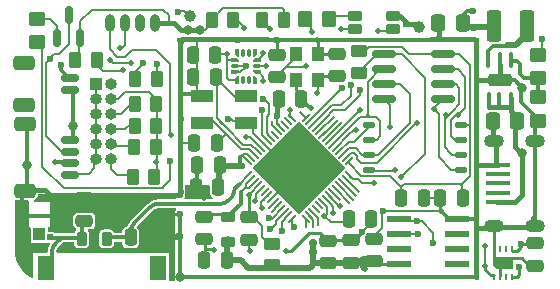
<source format=gbr>
%TF.GenerationSoftware,KiCad,Pcbnew,(6.0.7)*%
%TF.CreationDate,2022-11-04T16:49:25+01:00*%
%TF.ProjectId,LDAD ATOM PRO,4c444144-2041-4544-9f4d-2050524f2e6b,5.3*%
%TF.SameCoordinates,Original*%
%TF.FileFunction,Copper,L1,Top*%
%TF.FilePolarity,Positive*%
%FSLAX46Y46*%
G04 Gerber Fmt 4.6, Leading zero omitted, Abs format (unit mm)*
G04 Created by KiCad (PCBNEW (6.0.7)) date 2022-11-04 16:49:25*
%MOMM*%
%LPD*%
G01*
G04 APERTURE LIST*
G04 Aperture macros list*
%AMRoundRect*
0 Rectangle with rounded corners*
0 $1 Rounding radius*
0 $2 $3 $4 $5 $6 $7 $8 $9 X,Y pos of 4 corners*
0 Add a 4 corners polygon primitive as box body*
4,1,4,$2,$3,$4,$5,$6,$7,$8,$9,$2,$3,0*
0 Add four circle primitives for the rounded corners*
1,1,$1+$1,$2,$3*
1,1,$1+$1,$4,$5*
1,1,$1+$1,$6,$7*
1,1,$1+$1,$8,$9*
0 Add four rect primitives between the rounded corners*
20,1,$1+$1,$2,$3,$4,$5,0*
20,1,$1+$1,$4,$5,$6,$7,0*
20,1,$1+$1,$6,$7,$8,$9,0*
20,1,$1+$1,$8,$9,$2,$3,0*%
%AMRotRect*
0 Rectangle, with rotation*
0 The origin of the aperture is its center*
0 $1 length*
0 $2 width*
0 $3 Rotation angle, in degrees counterclockwise*
0 Add horizontal line*
21,1,$1,$2,0,0,$3*%
%AMFreePoly0*
4,1,6,0.500000,-0.850000,-0.500000,-0.850000,-0.500000,0.550000,-0.200000,0.850000,0.500000,0.850000,0.500000,-0.850000,0.500000,-0.850000,$1*%
%AMFreePoly1*
4,1,48,0.036020,0.199191,0.037970,0.199714,0.040958,0.198321,0.057086,0.195477,0.069630,0.184951,0.084467,0.178033,0.290533,-0.028033,0.293203,-0.031847,0.294953,-0.032857,0.296081,-0.035957,0.305473,-0.049370,0.306900,-0.065680,0.312500,-0.081066,0.312500,-0.125000,0.310782,-0.134742,0.311361,-0.138024,0.309695,-0.140910,0.307977,-0.150652,0.295451,-0.165579,0.285709,-0.182453,
0.279350,-0.184767,0.275000,-0.189952,0.255809,-0.193336,0.237500,-0.200000,-0.237500,-0.200000,-0.247242,-0.198282,-0.250524,-0.198861,-0.253410,-0.197195,-0.263152,-0.195477,-0.278079,-0.182951,-0.294953,-0.173209,-0.297267,-0.166850,-0.302452,-0.162500,-0.305836,-0.143309,-0.312500,-0.125000,-0.312500,0.125000,-0.310782,0.134742,-0.311361,0.138024,-0.309695,0.140910,-0.307977,0.150652,
-0.295451,0.165579,-0.285709,0.182453,-0.279350,0.184767,-0.275000,0.189952,-0.255809,0.193336,-0.237500,0.200000,0.031434,0.200000,0.036020,0.199191,0.036020,0.199191,$1*%
%AMFreePoly2*
4,1,48,0.247242,0.198282,0.250524,0.198861,0.253410,0.197195,0.263152,0.195477,0.278079,0.182951,0.294953,0.173209,0.297267,0.166850,0.302452,0.162500,0.305836,0.143309,0.312500,0.125000,0.312500,0.081066,0.311691,0.076480,0.312214,0.074529,0.310820,0.071540,0.307977,0.055414,0.297452,0.042871,0.290533,0.028033,0.084467,-0.178033,0.080653,-0.180703,0.079643,-0.182453,
0.076543,-0.183581,0.063130,-0.192973,0.046819,-0.194400,0.031434,-0.200000,-0.237500,-0.200000,-0.247242,-0.198282,-0.250524,-0.198861,-0.253410,-0.197195,-0.263152,-0.195477,-0.278079,-0.182951,-0.294953,-0.173209,-0.297267,-0.166850,-0.302452,-0.162500,-0.305836,-0.143309,-0.312500,-0.125000,-0.312500,0.125000,-0.310782,0.134742,-0.311361,0.138024,-0.309695,0.140910,-0.307977,0.150652,
-0.295451,0.165579,-0.285709,0.182453,-0.279350,0.184767,-0.275000,0.189952,-0.255809,0.193336,-0.237500,0.200000,0.237500,0.200000,0.247242,0.198282,0.247242,0.198282,$1*%
%AMFreePoly3*
4,1,48,0.134742,0.310782,0.138024,0.311361,0.140910,0.309695,0.150652,0.307977,0.165579,0.295451,0.182453,0.285709,0.184767,0.279350,0.189952,0.275000,0.193336,0.255809,0.200000,0.237500,0.200000,-0.237500,0.198282,-0.247242,0.198861,-0.250524,0.197195,-0.253410,0.195477,-0.263152,0.182951,-0.278079,0.173209,-0.294953,0.166850,-0.297267,0.162500,-0.302452,0.143309,-0.305836,
0.125000,-0.312500,-0.125000,-0.312500,-0.134742,-0.310782,-0.138024,-0.311361,-0.140910,-0.309695,-0.150652,-0.307977,-0.165579,-0.295451,-0.182453,-0.285709,-0.184767,-0.279350,-0.189952,-0.275000,-0.193336,-0.255809,-0.200000,-0.237500,-0.200000,0.031434,-0.199191,0.036020,-0.199714,0.037970,-0.198321,0.040958,-0.195477,0.057086,-0.184951,0.069630,-0.178033,0.084467,0.028033,0.290533,
0.031847,0.293203,0.032857,0.294953,0.035957,0.296081,0.049370,0.305473,0.065680,0.306900,0.081066,0.312500,0.125000,0.312500,0.134742,0.310782,0.134742,0.310782,$1*%
%AMFreePoly4*
4,1,48,-0.076480,0.311691,-0.074530,0.312214,-0.071542,0.310821,-0.055414,0.307977,-0.042870,0.297451,-0.028033,0.290533,0.178033,0.084467,0.180703,0.080653,0.182453,0.079643,0.183581,0.076543,0.192973,0.063130,0.194400,0.046820,0.200000,0.031434,0.200000,-0.237500,0.198282,-0.247242,0.198861,-0.250524,0.197195,-0.253410,0.195477,-0.263152,0.182951,-0.278079,0.173209,-0.294953,
0.166850,-0.297267,0.162500,-0.302452,0.143309,-0.305836,0.125000,-0.312500,-0.125000,-0.312500,-0.134742,-0.310782,-0.138024,-0.311361,-0.140910,-0.309695,-0.150652,-0.307977,-0.165579,-0.295451,-0.182453,-0.285709,-0.184767,-0.279350,-0.189952,-0.275000,-0.193336,-0.255809,-0.200000,-0.237500,-0.200000,0.237500,-0.198282,0.247242,-0.198861,0.250524,-0.197195,0.253410,-0.195477,0.263152,
-0.182951,0.278079,-0.173209,0.294953,-0.166850,0.297267,-0.162500,0.302452,-0.143309,0.305836,-0.125000,0.312500,-0.081066,0.312500,-0.076480,0.311691,-0.076480,0.311691,$1*%
%AMFreePoly5*
4,1,48,0.247242,0.198282,0.250524,0.198861,0.253410,0.197195,0.263152,0.195477,0.278079,0.182951,0.294953,0.173209,0.297267,0.166850,0.302452,0.162500,0.305836,0.143309,0.312500,0.125000,0.312500,-0.125000,0.310782,-0.134742,0.311361,-0.138024,0.309695,-0.140910,0.307977,-0.150652,0.295451,-0.165579,0.285709,-0.182453,0.279350,-0.184767,0.275000,-0.189952,0.255809,-0.193336,
0.237500,-0.200000,-0.031434,-0.200000,-0.036020,-0.199191,-0.037971,-0.199714,-0.040960,-0.198320,-0.057086,-0.195477,-0.069629,-0.184952,-0.084467,-0.178033,-0.290533,0.028033,-0.293203,0.031847,-0.294953,0.032857,-0.296081,0.035957,-0.305473,0.049370,-0.306900,0.065681,-0.312500,0.081066,-0.312500,0.125000,-0.310782,0.134742,-0.311361,0.138024,-0.309695,0.140910,-0.307977,0.150652,
-0.295451,0.165579,-0.285709,0.182453,-0.279350,0.184767,-0.275000,0.189952,-0.255809,0.193336,-0.237500,0.200000,0.237500,0.200000,0.247242,0.198282,0.247242,0.198282,$1*%
%AMFreePoly6*
4,1,48,0.247242,0.198282,0.250524,0.198861,0.253410,0.197195,0.263152,0.195477,0.278079,0.182951,0.294953,0.173209,0.297267,0.166850,0.302452,0.162500,0.305836,0.143309,0.312500,0.125000,0.312500,-0.125000,0.310782,-0.134742,0.311361,-0.138024,0.309695,-0.140910,0.307977,-0.150652,0.295451,-0.165579,0.285709,-0.182453,0.279350,-0.184767,0.275000,-0.189952,0.255809,-0.193336,
0.237500,-0.200000,-0.237500,-0.200000,-0.247242,-0.198282,-0.250524,-0.198861,-0.253410,-0.197195,-0.263152,-0.195477,-0.278079,-0.182951,-0.294953,-0.173209,-0.297267,-0.166850,-0.302452,-0.162500,-0.305836,-0.143309,-0.312500,-0.125000,-0.312500,-0.081066,-0.311691,-0.076480,-0.312214,-0.074530,-0.310821,-0.071542,-0.307977,-0.055414,-0.297451,-0.042870,-0.290533,-0.028033,-0.084467,0.178033,
-0.080653,0.180703,-0.079643,0.182453,-0.076543,0.183581,-0.063130,0.192973,-0.046820,0.194400,-0.031434,0.200000,0.237500,0.200000,0.247242,0.198282,0.247242,0.198282,$1*%
%AMFreePoly7*
4,1,48,0.134742,0.310782,0.138024,0.311361,0.140910,0.309695,0.150652,0.307977,0.165579,0.295451,0.182453,0.285709,0.184767,0.279350,0.189952,0.275000,0.193336,0.255809,0.200000,0.237500,0.200000,-0.031434,0.199191,-0.036020,0.199714,-0.037971,0.198320,-0.040960,0.195477,-0.057086,0.184952,-0.069629,0.178033,-0.084467,-0.028033,-0.290533,-0.031847,-0.293203,-0.032857,-0.294953,
-0.035957,-0.296081,-0.049370,-0.305473,-0.065681,-0.306900,-0.081066,-0.312500,-0.125000,-0.312500,-0.134742,-0.310782,-0.138024,-0.311361,-0.140910,-0.309695,-0.150652,-0.307977,-0.165579,-0.295451,-0.182453,-0.285709,-0.184767,-0.279350,-0.189952,-0.275000,-0.193336,-0.255809,-0.200000,-0.237500,-0.200000,0.237500,-0.198282,0.247242,-0.198861,0.250524,-0.197195,0.253410,-0.195477,0.263152,
-0.182951,0.278079,-0.173209,0.294953,-0.166850,0.297267,-0.162500,0.302452,-0.143309,0.305836,-0.125000,0.312500,0.125000,0.312500,0.134742,0.310782,0.134742,0.310782,$1*%
%AMFreePoly8*
4,1,48,0.134742,0.310782,0.138024,0.311361,0.140910,0.309695,0.150652,0.307977,0.165579,0.295451,0.182453,0.285709,0.184767,0.279350,0.189952,0.275000,0.193336,0.255809,0.200000,0.237500,0.200000,-0.237500,0.198282,-0.247242,0.198861,-0.250524,0.197195,-0.253410,0.195477,-0.263152,0.182951,-0.278079,0.173209,-0.294953,0.166850,-0.297267,0.162500,-0.302452,0.143309,-0.305836,
0.125000,-0.312500,0.081066,-0.312500,0.076480,-0.311691,0.074529,-0.312214,0.071540,-0.310820,0.055414,-0.307977,0.042871,-0.297452,0.028033,-0.290533,-0.178033,-0.084467,-0.180703,-0.080653,-0.182453,-0.079643,-0.183581,-0.076543,-0.192973,-0.063130,-0.194400,-0.046819,-0.200000,-0.031434,-0.200000,0.237500,-0.198282,0.247242,-0.198861,0.250524,-0.197195,0.253410,-0.195477,0.263152,
-0.182951,0.278079,-0.173209,0.294953,-0.166850,0.297267,-0.162500,0.302452,-0.143309,0.305836,-0.125000,0.312500,0.125000,0.312500,0.134742,0.310782,0.134742,0.310782,$1*%
G04 Aperture macros list end*
%TA.AperFunction,NonConductor*%
%ADD10C,0.200000*%
%TD*%
%TA.AperFunction,SMDPad,CuDef*%
%ADD11RoundRect,0.250000X-0.475000X0.250000X-0.475000X-0.250000X0.475000X-0.250000X0.475000X0.250000X0*%
%TD*%
%TA.AperFunction,SMDPad,CuDef*%
%ADD12RoundRect,0.250000X0.475000X-0.250000X0.475000X0.250000X-0.475000X0.250000X-0.475000X-0.250000X0*%
%TD*%
%TA.AperFunction,SMDPad,CuDef*%
%ADD13RoundRect,0.250000X-0.450000X0.350000X-0.450000X-0.350000X0.450000X-0.350000X0.450000X0.350000X0*%
%TD*%
%TA.AperFunction,SMDPad,CuDef*%
%ADD14RoundRect,0.250000X-0.250000X-0.475000X0.250000X-0.475000X0.250000X0.475000X-0.250000X0.475000X0*%
%TD*%
%TA.AperFunction,SMDPad,CuDef*%
%ADD15RoundRect,0.250000X-0.350000X-0.450000X0.350000X-0.450000X0.350000X0.450000X-0.350000X0.450000X0*%
%TD*%
%TA.AperFunction,SMDPad,CuDef*%
%ADD16R,1.900000X1.100000*%
%TD*%
%TA.AperFunction,SMDPad,CuDef*%
%ADD17RoundRect,0.250000X0.250000X0.475000X-0.250000X0.475000X-0.250000X-0.475000X0.250000X-0.475000X0*%
%TD*%
%TA.AperFunction,ComponentPad*%
%ADD18R,1.000000X1.000000*%
%TD*%
%TA.AperFunction,ComponentPad*%
%ADD19O,1.000000X1.000000*%
%TD*%
%TA.AperFunction,SMDPad,CuDef*%
%ADD20RoundRect,0.050000X-0.238649X-0.309359X0.309359X0.238649X0.238649X0.309359X-0.309359X-0.238649X0*%
%TD*%
%TA.AperFunction,SMDPad,CuDef*%
%ADD21RoundRect,0.050000X0.238649X-0.309359X0.309359X-0.238649X-0.238649X0.309359X-0.309359X0.238649X0*%
%TD*%
%TA.AperFunction,SMDPad,CuDef*%
%ADD22RotRect,5.600000X5.600000X45.000000*%
%TD*%
%TA.AperFunction,SMDPad,CuDef*%
%ADD23RoundRect,0.250000X0.450000X-0.262500X0.450000X0.262500X-0.450000X0.262500X-0.450000X-0.262500X0*%
%TD*%
%TA.AperFunction,SMDPad,CuDef*%
%ADD24RoundRect,0.250000X-0.262500X-0.450000X0.262500X-0.450000X0.262500X0.450000X-0.262500X0.450000X0*%
%TD*%
%TA.AperFunction,ConnectorPad*%
%ADD25R,2.000000X0.400000*%
%TD*%
%TA.AperFunction,ComponentPad*%
%ADD26O,1.700000X1.100000*%
%TD*%
%TA.AperFunction,SMDPad,CuDef*%
%ADD27R,0.250000X0.550000*%
%TD*%
%TA.AperFunction,SMDPad,CuDef*%
%ADD28FreePoly0,90.000000*%
%TD*%
%TA.AperFunction,SMDPad,CuDef*%
%ADD29R,1.100000X2.250000*%
%TD*%
%TA.AperFunction,SMDPad,CuDef*%
%ADD30R,1.050000X1.100000*%
%TD*%
%TA.AperFunction,SMDPad,CuDef*%
%ADD31RoundRect,0.250000X0.337500X0.475000X-0.337500X0.475000X-0.337500X-0.475000X0.337500X-0.475000X0*%
%TD*%
%TA.AperFunction,SMDPad,CuDef*%
%ADD32C,1.000000*%
%TD*%
%TA.AperFunction,SMDPad,CuDef*%
%ADD33RoundRect,0.250000X-0.375000X-1.075000X0.375000X-1.075000X0.375000X1.075000X-0.375000X1.075000X0*%
%TD*%
%TA.AperFunction,SMDPad,CuDef*%
%ADD34RoundRect,0.150000X-0.825000X-0.150000X0.825000X-0.150000X0.825000X0.150000X-0.825000X0.150000X0*%
%TD*%
%TA.AperFunction,SMDPad,CuDef*%
%ADD35R,1.400000X2.100000*%
%TD*%
%TA.AperFunction,SMDPad,CuDef*%
%ADD36RoundRect,0.150000X0.150000X-0.587500X0.150000X0.587500X-0.150000X0.587500X-0.150000X-0.587500X0*%
%TD*%
%TA.AperFunction,SMDPad,CuDef*%
%ADD37RoundRect,0.250000X0.450000X-0.350000X0.450000X0.350000X-0.450000X0.350000X-0.450000X-0.350000X0*%
%TD*%
%TA.AperFunction,SMDPad,CuDef*%
%ADD38RoundRect,0.218750X0.381250X-0.218750X0.381250X0.218750X-0.381250X0.218750X-0.381250X-0.218750X0*%
%TD*%
%TA.AperFunction,SMDPad,CuDef*%
%ADD39RoundRect,0.124800X-0.475200X-0.275200X0.475200X-0.275200X0.475200X0.275200X-0.475200X0.275200X0*%
%TD*%
%TA.AperFunction,SMDPad,CuDef*%
%ADD40R,25.500000X0.400000*%
%TD*%
%TA.AperFunction,SMDPad,CuDef*%
%ADD41R,0.400000X20.500000*%
%TD*%
%TA.AperFunction,SMDPad,CuDef*%
%ADD42RoundRect,0.100000X-0.100000X-0.550000X0.100000X-0.550000X0.100000X0.550000X-0.100000X0.550000X0*%
%TD*%
%TA.AperFunction,SMDPad,CuDef*%
%ADD43RoundRect,0.262500X0.737500X0.262500X-0.737500X0.262500X-0.737500X-0.262500X0.737500X-0.262500X0*%
%TD*%
%TA.AperFunction,SMDPad,CuDef*%
%ADD44RoundRect,0.100000X0.100000X0.550000X-0.100000X0.550000X-0.100000X-0.550000X0.100000X-0.550000X0*%
%TD*%
%TA.AperFunction,SMDPad,CuDef*%
%ADD45RoundRect,0.150000X-0.625000X0.150000X-0.625000X-0.150000X0.625000X-0.150000X0.625000X0.150000X0*%
%TD*%
%TA.AperFunction,SMDPad,CuDef*%
%ADD46RoundRect,0.250000X-0.650000X0.350000X-0.650000X-0.350000X0.650000X-0.350000X0.650000X0.350000X0*%
%TD*%
%TA.AperFunction,SMDPad,CuDef*%
%ADD47RoundRect,0.250000X0.262500X0.450000X-0.262500X0.450000X-0.262500X-0.450000X0.262500X-0.450000X0*%
%TD*%
%TA.AperFunction,SMDPad,CuDef*%
%ADD48RoundRect,0.066000X-0.404000X-0.154000X0.404000X-0.154000X0.404000X0.154000X-0.404000X0.154000X0*%
%TD*%
%TA.AperFunction,SMDPad,CuDef*%
%ADD49RoundRect,0.218750X-0.218750X-0.381250X0.218750X-0.381250X0.218750X0.381250X-0.218750X0.381250X0*%
%TD*%
%TA.AperFunction,SMDPad,CuDef*%
%ADD50R,0.400000X5.700000*%
%TD*%
%TA.AperFunction,SMDPad,CuDef*%
%ADD51R,0.500000X0.500000*%
%TD*%
%TA.AperFunction,SMDPad,CuDef*%
%ADD52R,25.400000X0.400000*%
%TD*%
%TA.AperFunction,SMDPad,CuDef*%
%ADD53R,0.400000X13.300000*%
%TD*%
%TA.AperFunction,SMDPad,CuDef*%
%ADD54RoundRect,0.041300X0.948700X0.253700X-0.948700X0.253700X-0.948700X-0.253700X0.948700X-0.253700X0*%
%TD*%
%TA.AperFunction,SMDPad,CuDef*%
%ADD55FreePoly1,270.000000*%
%TD*%
%TA.AperFunction,SMDPad,CuDef*%
%ADD56RoundRect,0.087500X-0.087500X0.225000X-0.087500X-0.225000X0.087500X-0.225000X0.087500X0.225000X0*%
%TD*%
%TA.AperFunction,SMDPad,CuDef*%
%ADD57FreePoly2,270.000000*%
%TD*%
%TA.AperFunction,SMDPad,CuDef*%
%ADD58FreePoly3,270.000000*%
%TD*%
%TA.AperFunction,SMDPad,CuDef*%
%ADD59RoundRect,0.087500X-0.225000X0.087500X-0.225000X-0.087500X0.225000X-0.087500X0.225000X0.087500X0*%
%TD*%
%TA.AperFunction,SMDPad,CuDef*%
%ADD60FreePoly4,270.000000*%
%TD*%
%TA.AperFunction,SMDPad,CuDef*%
%ADD61FreePoly5,270.000000*%
%TD*%
%TA.AperFunction,SMDPad,CuDef*%
%ADD62FreePoly6,270.000000*%
%TD*%
%TA.AperFunction,SMDPad,CuDef*%
%ADD63FreePoly7,270.000000*%
%TD*%
%TA.AperFunction,SMDPad,CuDef*%
%ADD64FreePoly8,270.000000*%
%TD*%
%TA.AperFunction,SMDPad,CuDef*%
%ADD65R,1.000000X1.300000*%
%TD*%
%TA.AperFunction,SMDPad,CuDef*%
%ADD66O,0.800000X1.500000*%
%TD*%
%TA.AperFunction,ViaPad*%
%ADD67C,0.800000*%
%TD*%
%TA.AperFunction,ViaPad*%
%ADD68C,0.600000*%
%TD*%
%TA.AperFunction,ViaPad*%
%ADD69C,0.500000*%
%TD*%
%TA.AperFunction,ViaPad*%
%ADD70C,0.700000*%
%TD*%
%TA.AperFunction,Conductor*%
%ADD71C,0.200000*%
%TD*%
%TA.AperFunction,Conductor*%
%ADD72C,0.300000*%
%TD*%
%TA.AperFunction,Conductor*%
%ADD73C,0.320000*%
%TD*%
%TA.AperFunction,Conductor*%
%ADD74C,0.250000*%
%TD*%
%TA.AperFunction,Conductor*%
%ADD75C,0.400000*%
%TD*%
%TA.AperFunction,Conductor*%
%ADD76C,0.150000*%
%TD*%
%TA.AperFunction,Conductor*%
%ADD77C,0.510000*%
%TD*%
%TA.AperFunction,Conductor*%
%ADD78C,0.180000*%
%TD*%
%TA.AperFunction,Conductor*%
%ADD79C,0.350000*%
%TD*%
G04 APERTURE END LIST*
D10*
X146400000Y-94980000D02*
G75*
G03*
X146400000Y-94980000I-100000J0D01*
G01*
D11*
%TO.P,EC20,1*%
%TO.N,Net-(EC20-Pad1)*%
X132490000Y-103590000D03*
%TO.P,EC20,2*%
%TO.N,GND*%
X132490000Y-105490000D03*
%TD*%
D12*
%TO.P,EC18,1*%
%TO.N,3V3*%
X142960000Y-107490000D03*
%TO.P,EC18,2*%
%TO.N,GND*%
X142960000Y-105590000D03*
%TD*%
D11*
%TO.P,AUC1,1*%
%TO.N,GND*%
X146860000Y-105450000D03*
%TO.P,AUC1,2*%
%TO.N,3V3*%
X146860000Y-107350000D03*
%TD*%
D13*
%TO.P,AR1,1*%
%TO.N,3V3*%
X160690000Y-89850000D03*
%TO.P,AR1,2*%
%TO.N,Net-(AR1-Pad2)*%
X160690000Y-91850000D03*
%TD*%
D14*
%TO.P,EC25,1*%
%TO.N,VDD_SPI*%
X149140000Y-102010000D03*
%TO.P,EC25,2*%
%TO.N,GND*%
X151040000Y-102010000D03*
%TD*%
D15*
%TO.P,LR1,1*%
%TO.N,IO36_LED_R*%
X141040000Y-86810000D03*
%TO.P,LR1,2*%
%TO.N,Net-(LED1-Pad3)*%
X143040000Y-86810000D03*
%TD*%
D16*
%TO.P,ECY3,1,1*%
%TO.N,Net-(EC61-Pad1)*%
X132270000Y-95662500D03*
%TO.P,ECY3,2,2*%
%TO.N,GND*%
X135970000Y-95662500D03*
%TO.P,ECY3,3,3*%
%TO.N,Net-(EC60-Pad1)*%
X135970000Y-93362500D03*
%TO.P,ECY3,4,4*%
%TO.N,GND*%
X132270000Y-93362500D03*
%TD*%
D17*
%TO.P,EC60,1*%
%TO.N,Net-(EC60-Pad1)*%
X133430000Y-91730000D03*
%TO.P,EC60,2*%
%TO.N,GND*%
X131530000Y-91730000D03*
%TD*%
%TO.P,EC61,1*%
%TO.N,Net-(EC61-Pad1)*%
X133530000Y-97350000D03*
%TO.P,EC61,2*%
%TO.N,GND*%
X131630000Y-97350000D03*
%TD*%
D18*
%TO.P,J1,1,Pin_1*%
%TO.N,ADC_OUT*%
X123305000Y-92325000D03*
D19*
%TO.P,J1,2,Pin_2*%
%TO.N,GPIO8_I2C_SDA*%
X124575000Y-92325000D03*
%TO.P,J1,3,Pin_3*%
%TO.N,ADC_OUT*%
X123305000Y-93595000D03*
%TO.P,J1,4,Pin_4*%
%TO.N,GPIO06_EXT_PLUG2*%
X124575000Y-93595000D03*
%TO.P,J1,5,Pin_5*%
%TO.N,ADC_OUT*%
X123305000Y-94865000D03*
%TO.P,J1,6,Pin_6*%
%TO.N,Net-(EXP_R1-Pad2)*%
X124575000Y-94865000D03*
%TO.P,J1,7,Pin_7*%
%TO.N,ADC_OUT*%
X123305000Y-96135000D03*
%TO.P,J1,8,Pin_8*%
%TO.N,Net-(EXP_R2-Pad2)*%
X124575000Y-96135000D03*
%TO.P,J1,9,Pin_9*%
%TO.N,ADC_OUT*%
X123305000Y-97405000D03*
%TO.P,J1,10,Pin_10*%
%TO.N,Net-(EXP_R3-Pad2)*%
X124575000Y-97405000D03*
%TO.P,J1,11,Pin_11*%
%TO.N,ADC_OUT*%
X123305000Y-98675000D03*
%TO.P,J1,12,Pin_12*%
%TO.N,Net-(EXP_R4-Pad2)*%
X124575000Y-98675000D03*
%TD*%
D20*
%TO.P,ESP32S3,1,LNA_IN/RF*%
%TO.N,Net-(EC38-Pad1)*%
X136180894Y-100062202D03*
%TO.P,ESP32S3,2,VDD3P3*%
%TO.N,Net-(EC20-Pad1)*%
X136463737Y-100345045D03*
%TO.P,ESP32S3,3,VDD3P3*%
X136746579Y-100627887D03*
%TO.P,ESP32S3,4,CHIP_PU/RESET*%
%TO.N,CHIP_EN*%
X137029422Y-100910730D03*
%TO.P,ESP32S3,5,GPIO0/BOOT*%
%TO.N,ESP_GPIO0_BOOT-DTR*%
X137312265Y-101193573D03*
%TO.P,ESP32S3,6,GPIO1/ADC1_CH0*%
%TO.N,unconnected-(ESP32S3-Pad6)*%
X137595107Y-101476415D03*
%TO.P,ESP32S3,7,GPIO2/ADC1_CH1*%
%TO.N,GPIO2_PLUG_PWR_3V3*%
X137877950Y-101759258D03*
%TO.P,ESP32S3,8,GPIO3/ADC1_CH2*%
%TO.N,GND*%
X138160793Y-102042101D03*
%TO.P,ESP32S3,9,GPIO4/ADC1_CH3*%
%TO.N,unconnected-(ESP32S3-Pad9)*%
X138443636Y-102324944D03*
%TO.P,ESP32S3,10,GPIO5/ADC1_CH4*%
%TO.N,GPIO10_EXT_PLUG1*%
X138726478Y-102607786D03*
%TO.P,ESP32S3,11,GPIO6/ADC1_CH5*%
%TO.N,GPIO06_EXT_PLUG2*%
X139009321Y-102890629D03*
%TO.P,ESP32S3,12,GPIO7/ADC1_CH6*%
%TO.N,VOLTAGE_REF*%
X139292164Y-103173472D03*
%TO.P,ESP32S3,13,GPIO8/ADC1_CH7*%
%TO.N,GPIO8_I2C_SDA*%
X139575006Y-103456314D03*
%TO.P,ESP32S3,14,GPIO9/ADC1_CH8*%
%TO.N,GPIO9_I2C_SCL*%
X139857849Y-103739157D03*
D21*
%TO.P,ESP32S3,15,GPIO10/ADC1_CH9*%
%TO.N,unconnected-(ESP32S3-Pad15)*%
X141042253Y-103739157D03*
%TO.P,ESP32S3,16,GPIO11/ADC2_CH0*%
%TO.N,unconnected-(ESP32S3-Pad16)*%
X141325096Y-103456314D03*
%TO.P,ESP32S3,17,GPIO12/ADC2_CH1*%
%TO.N,unconnected-(ESP32S3-Pad17)*%
X141607938Y-103173472D03*
%TO.P,ESP32S3,18,GPIO13/ADC2_CH2*%
%TO.N,unconnected-(ESP32S3-Pad18)*%
X141890781Y-102890629D03*
%TO.P,ESP32S3,19,GPIO14/ADC2_CH3*%
%TO.N,unconnected-(ESP32S3-Pad19)*%
X142173624Y-102607786D03*
%TO.P,ESP32S3,20,VDD3P3_RTC*%
%TO.N,3V3*%
X142456466Y-102324944D03*
%TO.P,ESP32S3,21,GPIO15/ADC2_CH4/XTAL_32K_P*%
%TO.N,Net-(EC51-Pad1)*%
X142739309Y-102042101D03*
%TO.P,ESP32S3,22,GPIO16/ADC2_CH5/XTAL_32K_N*%
%TO.N,Net-(EC50-Pad1)*%
X143022152Y-101759258D03*
%TO.P,ESP32S3,23,GPIO17/ADC2_CH6/DAC_2*%
%TO.N,unconnected-(ESP32S3-Pad23)*%
X143304995Y-101476415D03*
%TO.P,ESP32S3,24,GPIO18/ADC2_CH7/DAC_1*%
%TO.N,unconnected-(ESP32S3-Pad24)*%
X143587837Y-101193573D03*
%TO.P,ESP32S3,25,GPIO19/USB_D-/ADC2_CH8*%
%TO.N,USB_D-*%
X143870680Y-100910730D03*
%TO.P,ESP32S3,26,GPIO20/USB_D+/ADC2_CH9*%
%TO.N,USB_D+*%
X144153523Y-100627887D03*
%TO.P,ESP32S3,27,GPIO21*%
%TO.N,unconnected-(ESP32S3-Pad27)*%
X144436365Y-100345045D03*
%TO.P,ESP32S3,28,SPI_CS1/GPIO26*%
%TO.N,SPICS1*%
X144719208Y-100062202D03*
D20*
%TO.P,ESP32S3,29,VDD_SPI*%
%TO.N,VDD_SPI*%
X144719208Y-98877798D03*
%TO.P,ESP32S3,30,SPIHD/GPIO27*%
%TO.N,SPIHD*%
X144436365Y-98594955D03*
%TO.P,ESP32S3,31,SPIWP/GPIO28*%
%TO.N,SPIWP*%
X144153523Y-98312113D03*
%TO.P,ESP32S3,32,SPICS0/GPIO29*%
%TO.N,SPICS0*%
X143870680Y-98029270D03*
%TO.P,ESP32S3,33,SPICLK/GPIO30*%
%TO.N,SPICLK*%
X143587837Y-97746427D03*
%TO.P,ESP32S3,34,SPIQ/GPIO31*%
%TO.N,SPIQ*%
X143304995Y-97463585D03*
%TO.P,ESP32S3,35,SPID/GPIO32*%
%TO.N,SPID*%
X143022152Y-97180742D03*
%TO.P,ESP32S3,36,SPICLK_N/GPIO48*%
%TO.N,unconnected-(ESP32S3-Pad36)*%
X142739309Y-96897899D03*
%TO.P,ESP32S3,37,SPICLK_P/GPIO47*%
%TO.N,unconnected-(ESP32S3-Pad37)*%
X142456466Y-96615056D03*
%TO.P,ESP32S3,38,GPIO33*%
%TO.N,unconnected-(ESP32S3-Pad38)*%
X142173624Y-96332214D03*
%TO.P,ESP32S3,39,GPIO34*%
%TO.N,IO34_LED_B*%
X141890781Y-96049371D03*
%TO.P,ESP32S3,40,GPIO35*%
%TO.N,IO35_LED_G*%
X141607938Y-95766528D03*
%TO.P,ESP32S3,41,GPIO36*%
%TO.N,IO36_LED_R*%
X141325096Y-95483686D03*
%TO.P,ESP32S3,42,GPIO37*%
%TO.N,unconnected-(ESP32S3-Pad42)*%
X141042253Y-95200843D03*
D21*
%TO.P,ESP32S3,43,GPIO38*%
%TO.N,GPIO38_IMU_CS*%
X139857849Y-95200843D03*
%TO.P,ESP32S3,44,MTCK/JTAG/GPIO39*%
%TO.N,unconnected-(ESP32S3-Pad44)*%
X139575006Y-95483686D03*
%TO.P,ESP32S3,45,MTDO/JTAG/GPIO40*%
%TO.N,unconnected-(ESP32S3-Pad45)*%
X139292164Y-95766528D03*
%TO.P,ESP32S3,46,VDD3P3_CPU*%
%TO.N,3V3*%
X139009321Y-96049371D03*
%TO.P,ESP32S3,47,MTDI/JTAG/GPIO41*%
%TO.N,unconnected-(ESP32S3-Pad47)*%
X138726478Y-96332214D03*
%TO.P,ESP32S3,48,MTMS/JTAG/GPIO42*%
%TO.N,unconnected-(ESP32S3-Pad48)*%
X138443636Y-96615056D03*
%TO.P,ESP32S3,49,U0TXD/PROG/GPIO43*%
%TO.N,Net-(ER2-Pad2)*%
X138160793Y-96897899D03*
%TO.P,ESP32S3,50,U0RXD/PROG/GPIO44*%
%TO.N,RXD0*%
X137877950Y-97180742D03*
%TO.P,ESP32S3,51,GPIO45*%
%TO.N,GND*%
X137595107Y-97463585D03*
%TO.P,ESP32S3,52,GPIO46*%
%TO.N,ESP_GPIO0_BOOT-DTR*%
X137312265Y-97746427D03*
%TO.P,ESP32S3,53,XTAL_N*%
%TO.N,Net-(EC60-Pad1)*%
X137029422Y-98029270D03*
%TO.P,ESP32S3,54,XTAL_P*%
%TO.N,Net-(EC61-Pad1)*%
X136746579Y-98312113D03*
%TO.P,ESP32S3,55,VDDA*%
%TO.N,3V3*%
X136463737Y-98594955D03*
%TO.P,ESP32S3,56,VDDA*%
X136180894Y-98877798D03*
D22*
%TO.P,ESP32S3,57,GND*%
%TO.N,GND*%
X140450051Y-99470000D03*
%TD*%
D23*
%TO.P,ER1,1*%
%TO.N,3V3*%
X138220000Y-107655000D03*
%TO.P,ER1,2*%
%TO.N,CHIP_EN*%
X138220000Y-105830000D03*
%TD*%
D24*
%TO.P,ER3,1*%
%TO.N,3V3*%
X121537500Y-90270000D03*
%TO.P,ER3,2*%
%TO.N,ESP_GPIO0_BOOT-DTR*%
X123362500Y-90270000D03*
%TD*%
D14*
%TO.P,EC38,1*%
%TO.N,Net-(EC38-Pad1)*%
X126240000Y-105320000D03*
%TO.P,EC38,2*%
%TO.N,GND*%
X128140000Y-105320000D03*
%TD*%
D25*
%TO.P,J2,1,VBUS*%
%TO.N,5V0*%
X157325000Y-102330000D03*
%TO.P,J2,2,D-*%
%TO.N,unconnected-(J2-Pad2)*%
X157325000Y-101530000D03*
%TO.P,J2,3,D+*%
%TO.N,unconnected-(J2-Pad3)*%
X157330000Y-100725000D03*
%TO.P,J2,4,ID*%
%TO.N,unconnected-(J2-Pad4)*%
X157320000Y-99935000D03*
%TO.P,J2,5,GND*%
%TO.N,GND*%
X157330000Y-99155000D03*
D26*
%TO.P,J2,6,Shield*%
X156990000Y-97160000D03*
X160470000Y-97140000D03*
X160470000Y-104360000D03*
X157000000Y-104350000D03*
%TD*%
D12*
%TO.P,SHC1,1*%
%TO.N,GND*%
X160450000Y-107710000D03*
%TO.P,SHC1,2*%
%TO.N,3V3*%
X160450000Y-105810000D03*
%TD*%
D23*
%TO.P,PSR1,1*%
%TO.N,SPICS1*%
X145540000Y-91372500D03*
%TO.P,PSR1,2*%
%TO.N,VDD_SPI*%
X145540000Y-89547500D03*
%TD*%
D27*
%TO.P,SH1,1,SDA*%
%TO.N,GPIO8_I2C_SDA*%
X157010000Y-108635000D03*
%TO.P,SH1,2,ADDR*%
%TO.N,GND*%
X157510000Y-108635000D03*
%TO.P,SH1,3,ALERT*%
%TO.N,unconnected-(SH1-Pad3)*%
X158010000Y-108635000D03*
%TO.P,SH1,4,SCL*%
%TO.N,GPIO9_I2C_SCL*%
X158510000Y-108635000D03*
%TO.P,SH1,5,VDD*%
%TO.N,3V3*%
X158510000Y-106285000D03*
%TO.P,SH1,6,~{RESET}*%
%TO.N,unconnected-(SH1-Pad6)*%
X158010000Y-106285000D03*
%TO.P,SH1,7,R*%
%TO.N,unconnected-(SH1-Pad7)*%
X157510000Y-106285000D03*
%TO.P,SH1,8,VSS*%
%TO.N,GND*%
X157010000Y-106285000D03*
D28*
%TO.P,SH1,9,VSS*%
X157760000Y-107460000D03*
%TD*%
D29*
%TO.P,J20,1,GND*%
%TO.N,GND*%
X117020000Y-103460000D03*
%TO.P,J20,2,GND*%
X119970000Y-103460000D03*
D30*
%TO.P,J20,3,SIG*%
%TO.N,unconnected-(J20-Pad3)*%
X118495000Y-105010000D03*
%TD*%
D14*
%TO.P,EC26,1*%
%TO.N,3V3*%
X144700000Y-103770000D03*
%TO.P,EC26,2*%
%TO.N,GND*%
X146600000Y-103770000D03*
%TD*%
D31*
%TO.P,AC1,1*%
%TO.N,3V3*%
X154357500Y-87190000D03*
%TO.P,AC1,2*%
%TO.N,GND*%
X152282500Y-87190000D03*
%TD*%
D12*
%TO.P,EC40,1*%
%TO.N,GND*%
X136280000Y-105520000D03*
%TO.P,EC40,2*%
%TO.N,CHIP_EN*%
X136280000Y-103620000D03*
%TD*%
D32*
%TO.P,TP2,1,1*%
%TO.N,3V3*%
X150660000Y-87530000D03*
%TD*%
D12*
%TO.P,EC17,1*%
%TO.N,3V3*%
X144870000Y-107470000D03*
%TO.P,EC17,2*%
%TO.N,GND*%
X144870000Y-105570000D03*
%TD*%
D33*
%TO.P,AL1,1,1*%
%TO.N,3V3*%
X157020000Y-87400000D03*
%TO.P,AL1,2,2*%
%TO.N,Net-(AL1-Pad2)*%
X159820000Y-87400000D03*
%TD*%
D34*
%TO.P,EPS1,1,~{CE}*%
%TO.N,SPICS1*%
X147715000Y-89825000D03*
%TO.P,EPS1,2,SIO1*%
%TO.N,SPIQ*%
X147715000Y-91095000D03*
%TO.P,EPS1,3,SIO2*%
%TO.N,SPIWP*%
X147715000Y-92365000D03*
%TO.P,EPS1,4,VSS*%
%TO.N,GND*%
X147715000Y-93635000D03*
%TO.P,EPS1,5,SiO0*%
%TO.N,SPID*%
X152665000Y-93635000D03*
%TO.P,EPS1,6,SCLK*%
%TO.N,SPICLK*%
X152665000Y-92365000D03*
%TO.P,EPS1,7,SIO3*%
%TO.N,SPIHD*%
X152665000Y-91095000D03*
%TO.P,EPS1,8,VCC*%
%TO.N,VDD_SPI*%
X152665000Y-89825000D03*
%TD*%
D24*
%TO.P,ICR1,1*%
%TO.N,3V3*%
X133087500Y-86890000D03*
%TO.P,ICR1,2*%
%TO.N,GPIO9_I2C_SCL*%
X134912500Y-86890000D03*
%TD*%
D35*
%TO.P,ANT1,1,1*%
%TO.N,Net-(ANT1-Pad1)*%
X119040000Y-107880000D03*
%TO.P,ANT1,2,2*%
%TO.N,unconnected-(ANT1-Pad2)*%
X128540000Y-107880000D03*
%TD*%
D14*
%TO.P,EC16,1*%
%TO.N,3V3*%
X138800000Y-93570000D03*
%TO.P,EC16,2*%
%TO.N,GND*%
X140700000Y-93570000D03*
%TD*%
%TO.P,IMUC1,1*%
%TO.N,GND*%
X131510000Y-89870000D03*
%TO.P,IMUC1,2*%
%TO.N,3V3*%
X133410000Y-89870000D03*
%TD*%
D36*
%TO.P,Q5,1,G*%
%TO.N,Net-(Q5-Pad1)*%
X120040000Y-88397500D03*
%TO.P,Q5,2,S*%
%TO.N,3V3*%
X121940000Y-88397500D03*
%TO.P,Q5,3,D*%
%TO.N,3V3_PLUG*%
X120990000Y-86522500D03*
%TD*%
D12*
%TO.P,EC51,1*%
%TO.N,Net-(EC51-Pad1)*%
X143720000Y-91650000D03*
%TO.P,EC51,2*%
%TO.N,GND*%
X143720000Y-89750000D03*
%TD*%
D14*
%TO.P,EC15,1*%
%TO.N,GND*%
X131750000Y-101070000D03*
%TO.P,EC15,2*%
%TO.N,3V3*%
X133650000Y-101070000D03*
%TD*%
D32*
%TO.P,TP3,1,1*%
%TO.N,GND*%
X124450000Y-102705000D03*
%TD*%
D24*
%TO.P,IDR1,1*%
%TO.N,GPIO8_I2C_SDA*%
X137367500Y-86900000D03*
%TO.P,IDR1,2*%
%TO.N,3V3*%
X139192500Y-86900000D03*
%TD*%
D37*
%TO.P,QR1,1*%
%TO.N,GPIO2_PLUG_PWR_3V3*%
X118350000Y-88780000D03*
%TO.P,QR1,2*%
%TO.N,Net-(Q5-Pad1)*%
X118350000Y-86780000D03*
%TD*%
D38*
%TO.P,L2,1,1*%
%TO.N,3V3*%
X134480000Y-105672500D03*
%TO.P,L2,2,2*%
%TO.N,Net-(EC20-Pad1)*%
X134480000Y-103547500D03*
%TD*%
D31*
%TO.P,AC2,1*%
%TO.N,5V0*%
X158987500Y-95470000D03*
%TO.P,AC2,2*%
%TO.N,GND*%
X156912500Y-95470000D03*
%TD*%
D39*
%TO.P,LED1,1,GA*%
%TO.N,IO35_LED_G*%
X145230000Y-87700000D03*
%TO.P,LED1,2,BA*%
%TO.N,IO34_LED_B*%
X148410000Y-87710000D03*
%TO.P,LED1,3,RA*%
%TO.N,Net-(LED1-Pad3)*%
X145230000Y-86560000D03*
%TO.P,LED1,4,K*%
%TO.N,3V3*%
X148420000Y-86590000D03*
%TD*%
D17*
%TO.P,EC19,1*%
%TO.N,3V3*%
X134380000Y-107260000D03*
%TO.P,EC19,2*%
%TO.N,GND*%
X132480000Y-107260000D03*
%TD*%
D40*
%TO.P,,1*%
%TO.N,N/C*%
X142930000Y-108670000D03*
%TD*%
D14*
%TO.P,EC14,1*%
%TO.N,GND*%
X131880000Y-99220000D03*
%TO.P,EC14,2*%
%TO.N,3V3*%
X133780000Y-99220000D03*
%TD*%
D41*
%TO.P,REF\u002A\u002A,1*%
%TO.N,N/C*%
X155530000Y-98650000D03*
%TD*%
D42*
%TO.P,AU1,1,FB*%
%TO.N,Net-(AR1-Pad2)*%
X158440000Y-90290000D03*
%TO.P,AU1,2,GND*%
%TO.N,GND*%
X157500000Y-90295000D03*
D43*
X157475000Y-92010000D03*
D42*
%TO.P,AU1,3,SW*%
%TO.N,Net-(AL1-Pad2)*%
X156515000Y-90295000D03*
D44*
%TO.P,AU1,4,VIN_SW*%
%TO.N,5V0*%
X156545000Y-93685000D03*
%TO.P,AU1,5,VIN_A*%
X157460000Y-93680000D03*
%TO.P,AU1,6,EN*%
X158420000Y-93680000D03*
%TD*%
D45*
%TO.P,I2C2,1,Pin_1*%
%TO.N,GND*%
X121140000Y-97050000D03*
%TO.P,I2C2,2,Pin_2*%
%TO.N,3V3_PLUG*%
X121140000Y-98050000D03*
%TO.P,I2C2,3,Pin_3*%
%TO.N,GPIO9_I2C_SCL*%
X121140000Y-99050000D03*
%TO.P,I2C2,4,Pin_4*%
%TO.N,ADC_OUT*%
X121140000Y-100050000D03*
D46*
%TO.P,I2C2,MP*%
%TO.N,N/C*%
X117265000Y-101350000D03*
X117265000Y-95750000D03*
%TD*%
D47*
%TO.P,EXP_R3,1*%
%TO.N,GPIO06_EXT_PLUG2*%
X128342500Y-97680000D03*
%TO.P,EXP_R3,2*%
%TO.N,Net-(EXP_R3-Pad2)*%
X126517500Y-97680000D03*
%TD*%
D12*
%TO.P,EC50,1*%
%TO.N,Net-(EC50-Pad1)*%
X138620000Y-91750000D03*
%TO.P,EC50,2*%
%TO.N,GND*%
X138620000Y-89850000D03*
%TD*%
D48*
%TO.P,ESP_FLASH1,1,~{CS}*%
%TO.N,SPICS0*%
X146395000Y-95755000D03*
%TO.P,ESP_FLASH1,2,DO(IO1)*%
%TO.N,SPIQ*%
X146395000Y-97025000D03*
%TO.P,ESP_FLASH1,3,IO2*%
%TO.N,SPIWP*%
X146395000Y-98295000D03*
%TO.P,ESP_FLASH1,4,GND*%
%TO.N,GND*%
X146395000Y-99565000D03*
%TO.P,ESP_FLASH1,5,DI(IO0)*%
%TO.N,SPID*%
X154185000Y-99565000D03*
%TO.P,ESP_FLASH1,6,CLK*%
%TO.N,SPICLK*%
X154185000Y-98295000D03*
%TO.P,ESP_FLASH1,7,IO3*%
%TO.N,SPIHD*%
X154185000Y-97025000D03*
%TO.P,ESP_FLASH1,8,VCC*%
%TO.N,VDD_SPI*%
X154185000Y-95755000D03*
%TD*%
D47*
%TO.P,EXP_R4,1*%
%TO.N,GPIO06_EXT_PLUG2*%
X128232500Y-100180000D03*
%TO.P,EXP_R4,2*%
%TO.N,Net-(EXP_R4-Pad2)*%
X126407500Y-100180000D03*
%TD*%
D12*
%TO.P,EC37,1*%
%TO.N,Net-(ANT1-Pad1)*%
X122320000Y-103910000D03*
%TO.P,EC37,2*%
%TO.N,GND*%
X122320000Y-102010000D03*
%TD*%
D49*
%TO.P,EL4,1,1*%
%TO.N,Net-(ANT1-Pad1)*%
X122087500Y-105430000D03*
%TO.P,EL4,2,2*%
%TO.N,Net-(EC38-Pad1)*%
X124212500Y-105430000D03*
%TD*%
D13*
%TO.P,AR2,1*%
%TO.N,Net-(AR1-Pad2)*%
X160750000Y-93460000D03*
%TO.P,AR2,2*%
%TO.N,GND*%
X160750000Y-95460000D03*
%TD*%
D45*
%TO.P,J3,1,Pin_1*%
%TO.N,5V0*%
X121080000Y-91840000D03*
%TO.P,J3,2,Pin_2*%
%TO.N,GND*%
X121080000Y-92840000D03*
D46*
%TO.P,J3,3*%
%TO.N,N/C*%
X117205000Y-94140000D03*
X117205000Y-90540000D03*
%TD*%
D50*
%TO.P,,1*%
%TO.N,N/C*%
X130430000Y-105980000D03*
%TD*%
D47*
%TO.P,EXP_R2,1*%
%TO.N,GPIO06_EXT_PLUG2*%
X128402500Y-95870000D03*
%TO.P,EXP_R2,2*%
%TO.N,Net-(EXP_R2-Pad2)*%
X126577500Y-95870000D03*
%TD*%
D51*
%TO.P,REF\u002A\u002A,1*%
%TO.N,N/C*%
X118765000Y-105305000D03*
%TO.P,REF\u002A\u002A,2*%
X119390000Y-105310000D03*
%TD*%
D47*
%TO.P,EXP_R1,1*%
%TO.N,GPIO06_EXT_PLUG2*%
X128422500Y-94050000D03*
%TO.P,EXP_R1,2*%
%TO.N,Net-(EXP_R1-Pad2)*%
X126597500Y-94050000D03*
%TD*%
D52*
%TO.P,,1*%
%TO.N,N/C*%
X142890000Y-88610000D03*
%TD*%
D53*
%TO.P,REF\u002A\u002A,1*%
%TO.N,N/C*%
X130430000Y-95190000D03*
%TD*%
D54*
%TO.P,U2,1*%
%TO.N,N/C*%
X153870000Y-107585000D03*
%TO.P,U2,2*%
X153870000Y-106315000D03*
%TO.P,U2,3*%
X153870000Y-105045000D03*
%TO.P,U2,4,GND*%
%TO.N,GND*%
X153870000Y-103775000D03*
%TO.P,U2,5,SDA*%
%TO.N,GPIO8_I2C_SDA*%
X148930000Y-103775000D03*
%TO.P,U2,6,SCL*%
%TO.N,GPIO9_I2C_SCL*%
X148930000Y-105045000D03*
%TO.P,U2,7*%
%TO.N,N/C*%
X148930000Y-106315000D03*
%TO.P,U2,8,VCC*%
%TO.N,3V3*%
X148930000Y-107585000D03*
%TD*%
D55*
%TO.P,IMU1,1,SDO/SA0*%
%TO.N,unconnected-(IMU1-Pad1)*%
X136760000Y-89667500D03*
D56*
%TO.P,IMU1,2,SDX*%
%TO.N,unconnected-(IMU1-Pad2)*%
X136260000Y-89667500D03*
%TO.P,IMU1,3,SCX*%
%TO.N,unconnected-(IMU1-Pad3)*%
X135760000Y-89667500D03*
D57*
%TO.P,IMU1,4,INT1*%
%TO.N,unconnected-(IMU1-Pad4)*%
X135260000Y-89667500D03*
D58*
%TO.P,IMU1,5,VDDIO*%
%TO.N,3V3*%
X135097500Y-90330000D03*
D59*
%TO.P,IMU1,6,GND*%
%TO.N,GND*%
X135097500Y-90830000D03*
D60*
%TO.P,IMU1,7,GND*%
X135097500Y-91330000D03*
D61*
%TO.P,IMU1,8,VDD*%
%TO.N,3V3*%
X135260000Y-91992500D03*
D56*
%TO.P,IMU1,9,INT2*%
%TO.N,unconnected-(IMU1-Pad9)*%
X135760000Y-91992500D03*
%TO.P,IMU1,10,NC*%
%TO.N,unconnected-(IMU1-Pad10)*%
X136260000Y-91992500D03*
D62*
%TO.P,IMU1,11,NC*%
%TO.N,unconnected-(IMU1-Pad11)*%
X136760000Y-91992500D03*
D63*
%TO.P,IMU1,12,CS*%
%TO.N,GPIO38_IMU_CS*%
X136922500Y-91330000D03*
D59*
%TO.P,IMU1,13,SCL*%
%TO.N,GPIO9_I2C_SCL*%
X136922500Y-90830000D03*
D64*
%TO.P,IMU1,14,SDA*%
%TO.N,GPIO8_I2C_SDA*%
X136922500Y-90330000D03*
%TD*%
D24*
%TO.P,ER2,1*%
%TO.N,TXD0*%
X126607500Y-91900000D03*
%TO.P,ER2,2*%
%TO.N,Net-(ER2-Pad2)*%
X128432500Y-91900000D03*
%TD*%
D17*
%TO.P,EC24,1*%
%TO.N,VDD_SPI*%
X154350000Y-101980000D03*
%TO.P,EC24,2*%
%TO.N,GND*%
X152450000Y-101980000D03*
%TD*%
D65*
%TO.P,ECY2,1,1*%
%TO.N,Net-(EC51-Pad1)*%
X142060000Y-92000000D03*
%TO.P,ECY2,2,2*%
%TO.N,GND*%
X142060000Y-89800000D03*
%TO.P,ECY2,3,3*%
%TO.N,Net-(EC50-Pad1)*%
X140260000Y-89800000D03*
%TO.P,ECY2,4,4*%
%TO.N,GND*%
X140260000Y-92000000D03*
%TD*%
D32*
%TO.P,TP1,1,1*%
%TO.N,5V0*%
X131290000Y-86530000D03*
%TD*%
D66*
%TO.P,ICSP1,5,Pin_5*%
%TO.N,CHIP_EN*%
X124465000Y-87150500D03*
%TO.P,ICSP1,6,Pin_6*%
%TO.N,ESP_GPIO0_BOOT-DTR*%
X125735000Y-87150500D03*
%TO.P,ICSP1,7,Pin_7*%
%TO.N,unconnected-(ICSP1-Pad7)*%
X127005000Y-87150500D03*
%TO.P,ICSP1,8,Pin_8*%
%TO.N,3V3*%
X128275000Y-87150500D03*
%TD*%
D67*
%TO.N,GND*%
X143280000Y-99230000D03*
D68*
X138670000Y-88630000D03*
X136010000Y-90800000D03*
D67*
X117430000Y-99150000D03*
X140460000Y-96390000D03*
X142030000Y-100500000D03*
X121390000Y-95900000D03*
X140810000Y-101870000D03*
D69*
X139360000Y-106450000D03*
D67*
X139430000Y-100410000D03*
X138110000Y-98950000D03*
D68*
X130530000Y-95260000D03*
D67*
X130440000Y-108690000D03*
D68*
X152330000Y-88540000D03*
D69*
X148180000Y-95930000D03*
D68*
X130410000Y-103290000D03*
D69*
X136320000Y-106470000D03*
X132440000Y-101950000D03*
D68*
X147580000Y-103110000D03*
X130460000Y-101500000D03*
D67*
X141860000Y-97750000D03*
D68*
X134490000Y-95260000D03*
X130520000Y-88730000D03*
D69*
X148590000Y-99620000D03*
D67*
X139210000Y-97790000D03*
D68*
X145860000Y-104830000D03*
D67*
X159400000Y-92680000D03*
D69*
X152510000Y-103110000D03*
X142030000Y-88630000D03*
X133270000Y-106360000D03*
D67*
X140630000Y-99060000D03*
D69*
X141500000Y-94330000D03*
D68*
X135360000Y-88600000D03*
%TO.N,VOLTAGE_REF*%
X138040000Y-104620000D03*
D69*
%TO.N,Net-(EC50-Pad1)*%
X141110000Y-90830000D03*
X143940000Y-102670000D03*
%TO.N,Net-(EC51-Pad1)*%
X143410000Y-103280000D03*
X142030000Y-93110000D03*
D70*
%TO.N,3V3*%
X141680000Y-105780000D03*
D68*
X155340000Y-87610000D03*
D67*
X132090000Y-87750000D03*
D69*
X145880000Y-107350000D03*
D70*
X141670000Y-106550000D03*
D68*
X135680000Y-99280000D03*
D69*
X134390000Y-89790000D03*
D68*
X138640000Y-95030000D03*
X149590000Y-87250000D03*
D69*
X146050000Y-107990000D03*
D68*
X161100000Y-88540000D03*
D67*
X131120000Y-87730000D03*
D69*
X142640000Y-103490000D03*
D68*
X155230000Y-86110000D03*
X159250000Y-105910000D03*
D69*
%TO.N,CHIP_EN*%
X129630000Y-96610000D03*
X136220000Y-101710000D03*
%TO.N,ESP_GPIO0_BOOT-DTR*%
X136770000Y-102200000D03*
X135990000Y-96810000D03*
X125330000Y-89280000D03*
X125560000Y-91180000D03*
D68*
%TO.N,GPIO8_I2C_SDA*%
X151870000Y-105810000D03*
X139050000Y-104730000D03*
D69*
X137440000Y-89740000D03*
D68*
X150510000Y-103940000D03*
D69*
X156260000Y-106060000D03*
X156280000Y-107760000D03*
X138010000Y-87690000D03*
%TO.N,SPIHD*%
X150460000Y-95660000D03*
X153940000Y-94990000D03*
%TO.N,SPICLK*%
X145340000Y-96210000D03*
X152950000Y-94940000D03*
%TO.N,SPID*%
X145630000Y-94510000D03*
X151910000Y-94420000D03*
D68*
%TO.N,TXD0*%
X127280000Y-90580000D03*
%TO.N,RXD0*%
X137350000Y-94490000D03*
D69*
X124530000Y-90330000D03*
X126290000Y-90530000D03*
%TO.N,GPIO9_I2C_SCL*%
X119860000Y-98930000D03*
X135800000Y-87620000D03*
D68*
X159150000Y-107810000D03*
X140080000Y-104420000D03*
D69*
X137690000Y-90820000D03*
D68*
X150530000Y-105060000D03*
%TO.N,Net-(ER2-Pad2)*%
X128490000Y-90600000D03*
X137430000Y-93580000D03*
D69*
%TO.N,SPICS1*%
X146800000Y-100730000D03*
X149160000Y-100230000D03*
%TO.N,IO35_LED_G*%
X144060000Y-87670000D03*
D68*
X144890000Y-92370000D03*
%TO.N,5V0*%
X120330000Y-90750000D03*
X130210000Y-86210000D03*
D67*
X159330000Y-98200000D03*
D68*
%TO.N,IO34_LED_B*%
X145650000Y-92800000D03*
D69*
X147170000Y-87810000D03*
D68*
%TO.N,IO36_LED_R*%
X144110000Y-92680000D03*
D69*
X141600000Y-87910000D03*
D68*
%TO.N,GPIO06_EXT_PLUG2*%
X137950000Y-103710000D03*
D69*
X128390000Y-98920000D03*
%TO.N,GPIO38_IMU_CS*%
X137450000Y-92080000D03*
X139750000Y-94540000D03*
%TO.N,GPIO2_PLUG_PWR_3V3*%
X137340000Y-102790000D03*
D68*
X129610000Y-98860000D03*
%TO.N,3V3_PLUG*%
X119440000Y-90210000D03*
%TD*%
D71*
%TO.N,GND*%
X147550000Y-104530000D02*
X146860000Y-105220000D01*
D72*
X133760000Y-108670000D02*
X130980000Y-108670000D01*
X155460000Y-88560000D02*
X155460000Y-90390000D01*
D71*
X129060000Y-101630000D02*
X129120000Y-101690000D01*
D73*
X160470000Y-95740000D02*
X160750000Y-95460000D01*
D71*
X137530000Y-108720000D02*
X137480000Y-108670000D01*
D74*
X140220000Y-92790000D02*
X140220000Y-92040000D01*
D71*
X130460000Y-101500000D02*
X130460000Y-88700000D01*
D72*
X145160000Y-108670000D02*
X145720000Y-108670000D01*
D73*
X159320000Y-92870000D02*
X159320000Y-92580000D01*
D75*
X131660000Y-101170000D02*
X132380000Y-101890000D01*
D71*
X131570000Y-97630000D02*
X131570000Y-97120000D01*
X130440000Y-88730000D02*
X130440000Y-101480000D01*
D74*
X144810000Y-108670000D02*
X142930000Y-108670000D01*
X146590000Y-103850000D02*
X146590000Y-103580000D01*
D72*
X130460000Y-101500000D02*
X130460000Y-101050000D01*
D75*
X118970000Y-101280000D02*
X117520000Y-101280000D01*
D72*
X155460000Y-94370000D02*
X155460000Y-98560000D01*
D74*
X140220000Y-92040000D02*
X140260000Y-92000000D01*
D72*
X130460000Y-97230000D02*
X130460000Y-88700000D01*
X155460000Y-108620000D02*
X155490000Y-108650000D01*
D74*
X159250000Y-107090000D02*
X159350000Y-107090000D01*
D71*
X148190000Y-94110000D02*
X148190000Y-95980000D01*
D72*
X131830000Y-99030000D02*
X131830000Y-100890000D01*
D71*
X152460000Y-103060000D02*
X152510000Y-103110000D01*
D72*
X130440000Y-108690000D02*
X130440000Y-104470000D01*
D71*
X147840000Y-103060000D02*
X152460000Y-103060000D01*
D74*
X157020000Y-105875000D02*
X157020000Y-105310000D01*
X145120000Y-105570000D02*
X145850000Y-104840000D01*
X157020000Y-104370000D02*
X157000000Y-104350000D01*
D72*
X121320000Y-94070000D02*
X121320000Y-92750000D01*
D74*
X152450000Y-103050000D02*
X152510000Y-103110000D01*
D72*
X121320000Y-96880000D02*
X121260000Y-96940000D01*
X117445000Y-99365000D02*
X117445000Y-99805000D01*
D71*
X135760000Y-95640000D02*
X135760000Y-95487500D01*
D75*
X124510000Y-102645000D02*
X124450000Y-102705000D01*
D71*
X133100000Y-88590000D02*
X132500000Y-88590000D01*
D75*
X131660000Y-100910000D02*
X131660000Y-101170000D01*
D74*
X143670000Y-89800000D02*
X143720000Y-89750000D01*
D72*
X130527500Y-93187500D02*
X130440000Y-93100000D01*
D71*
X130570000Y-88590000D02*
X130480000Y-88680000D01*
D72*
X155460000Y-98560000D02*
X155460000Y-103390000D01*
D74*
X142060000Y-89800000D02*
X143670000Y-89800000D01*
X132520000Y-106270000D02*
X132520000Y-105380000D01*
X144870000Y-105570000D02*
X145120000Y-105570000D01*
D72*
X155460000Y-90390000D02*
X155460000Y-91850000D01*
D75*
X157510000Y-92005000D02*
X157490000Y-92025000D01*
D71*
X138150051Y-99480000D02*
X139000051Y-99480000D01*
D72*
X138290000Y-108670000D02*
X137480000Y-108670000D01*
D74*
X159350000Y-107090000D02*
X159970000Y-107710000D01*
D71*
X136010000Y-90800000D02*
X136010000Y-90850000D01*
X152450000Y-102050000D02*
X152430000Y-102050000D01*
D74*
X157020000Y-105875000D02*
X157020000Y-104370000D01*
D75*
X156912500Y-95470000D02*
X156912500Y-97082500D01*
D74*
X138620000Y-88830000D02*
X138840000Y-88610000D01*
D72*
X130440000Y-95060000D02*
X130440000Y-93100000D01*
D71*
X146860000Y-105220000D02*
X146860000Y-105450000D01*
D74*
X141530000Y-94410000D02*
X141030000Y-93910000D01*
D75*
X156885000Y-104490000D02*
X155515000Y-104490000D01*
D71*
X130370000Y-97320000D02*
X130460000Y-97230000D01*
D72*
X134700000Y-108640000D02*
X134670000Y-108670000D01*
X134670000Y-108670000D02*
X133760000Y-108670000D01*
X153922500Y-103785000D02*
X155395000Y-103785000D01*
D73*
X160750000Y-95460000D02*
X160750000Y-95320000D01*
D71*
X134170000Y-88630000D02*
X134090000Y-88550000D01*
D74*
X130430000Y-103310000D02*
X130410000Y-103290000D01*
D75*
X157510000Y-90755000D02*
X157510000Y-92005000D01*
D72*
X117020000Y-103460000D02*
X117020000Y-101780000D01*
D71*
X135760000Y-95487500D02*
X134907500Y-95487500D01*
X137990000Y-102210000D02*
X140272101Y-99927899D01*
D75*
X129730000Y-101690000D02*
X124510000Y-101690000D01*
X124510000Y-101690000D02*
X124510000Y-102645000D01*
D72*
X131780000Y-88550000D02*
X130610000Y-88550000D01*
D71*
X131610000Y-97340000D02*
X130570000Y-97340000D01*
X136280000Y-106430000D02*
X136320000Y-106470000D01*
X133010000Y-88590000D02*
X132990000Y-88610000D01*
D74*
X144870000Y-105570000D02*
X142980000Y-105570000D01*
D75*
X156912500Y-97082500D02*
X156990000Y-97160000D01*
D72*
X130610000Y-88550000D02*
X130480000Y-88680000D01*
D75*
X130395000Y-105140000D02*
X130130000Y-105140000D01*
D71*
X130570000Y-97340000D02*
X130460000Y-97230000D01*
D75*
X129730000Y-101690000D02*
X130390000Y-101690000D01*
D72*
X130440000Y-93320000D02*
X130572500Y-93187500D01*
X131980000Y-88550000D02*
X131780000Y-88550000D01*
X155460000Y-108000000D02*
X155460000Y-108620000D01*
X117020000Y-103460000D02*
X119970000Y-103460000D01*
D71*
X142800000Y-88520000D02*
X142890000Y-88610000D01*
D74*
X142960000Y-105590000D02*
X142290000Y-104920000D01*
D72*
X130440000Y-104470000D02*
X130440000Y-103810000D01*
D73*
X160470000Y-104360000D02*
X160470000Y-97140000D01*
D75*
X157200000Y-99025000D02*
X157330000Y-99155000D01*
D71*
X136610000Y-96490000D02*
X136610000Y-95665000D01*
D74*
X133260000Y-106270000D02*
X132520000Y-106270000D01*
D72*
X130572500Y-93187500D02*
X132060000Y-93187500D01*
D74*
X140700000Y-93570000D02*
X140700000Y-93270000D01*
D71*
X136010000Y-90850000D02*
X135530000Y-91330000D01*
D72*
X155410000Y-88550000D02*
X151650000Y-88550000D01*
D75*
X152302500Y-87390000D02*
X152302500Y-88512500D01*
D72*
X155460000Y-93860000D02*
X155460000Y-94370000D01*
D71*
X147715000Y-93635000D02*
X148190000Y-94110000D01*
D72*
X117445000Y-99805000D02*
X117445000Y-96085000D01*
D71*
X134907500Y-95487500D02*
X134630000Y-95210000D01*
X130400000Y-95260000D02*
X130400000Y-97170000D01*
D75*
X156840000Y-104390000D02*
X160300000Y-104390000D01*
D72*
X138330000Y-108630000D02*
X138290000Y-108670000D01*
D74*
X138620000Y-89850000D02*
X138620000Y-88830000D01*
X139830000Y-106450000D02*
X139360000Y-106450000D01*
X157510000Y-107297500D02*
X157510000Y-108622500D01*
D71*
X142280000Y-88560000D02*
X152310000Y-88560000D01*
X146610000Y-99660000D02*
X148640000Y-99660000D01*
D74*
X153970000Y-103765000D02*
X153165000Y-103765000D01*
X132520000Y-105380000D02*
X132490000Y-105350000D01*
D72*
X135400000Y-88550000D02*
X134090000Y-88550000D01*
D74*
X130410000Y-103290000D02*
X129810000Y-103290000D01*
D75*
X119380000Y-101690000D02*
X118970000Y-101280000D01*
D72*
X117445000Y-99805000D02*
X117445000Y-101355000D01*
D71*
X146395000Y-99565000D02*
X146420000Y-99540000D01*
D75*
X157475000Y-92010000D02*
X155620000Y-92010000D01*
X155500000Y-103680000D02*
X155395000Y-103785000D01*
D71*
X138820000Y-88520000D02*
X142800000Y-88520000D01*
D73*
X160750000Y-95320000D02*
X159320000Y-93890000D01*
D71*
X151040000Y-102010000D02*
X152420000Y-102010000D01*
D72*
X117445000Y-99365000D02*
X117445000Y-100405000D01*
X130440000Y-95060000D02*
X130440000Y-88870000D01*
D71*
X132580000Y-88510000D02*
X132500000Y-88590000D01*
D72*
X155455000Y-108700000D02*
X154805000Y-108700000D01*
D71*
X136280000Y-105520000D02*
X136280000Y-106430000D01*
D75*
X157200000Y-96830000D02*
X157200000Y-99025000D01*
X117520000Y-101280000D02*
X117445000Y-101355000D01*
D71*
X135530000Y-91330000D02*
X135097500Y-91330000D01*
D72*
X130440000Y-93100000D02*
X130440000Y-88970000D01*
D71*
X137595107Y-97463585D02*
X137583585Y-97463585D01*
D74*
X142980000Y-105570000D02*
X142960000Y-105590000D01*
X140700000Y-105580000D02*
X139830000Y-106450000D01*
D72*
X135580000Y-108670000D02*
X145160000Y-108670000D01*
X131620000Y-100900000D02*
X131610000Y-100910000D01*
D74*
X130430000Y-105980000D02*
X130430000Y-103310000D01*
D75*
X152302500Y-88512500D02*
X152330000Y-88540000D01*
D74*
X132520000Y-106270000D02*
X132520000Y-107220000D01*
D72*
X155015000Y-103785000D02*
X153922500Y-103785000D01*
D74*
X159970000Y-107710000D02*
X160450000Y-107710000D01*
D71*
X131850000Y-93205000D02*
X131850000Y-88695000D01*
D72*
X136680000Y-88550000D02*
X135400000Y-88550000D01*
D74*
X152450000Y-101980000D02*
X152450000Y-103050000D01*
D72*
X117445000Y-96085000D02*
X117430000Y-96070000D01*
D74*
X141360000Y-104920000D02*
X140700000Y-105580000D01*
D71*
X132500000Y-88590000D02*
X130570000Y-88590000D01*
D73*
X159320000Y-92580000D02*
X158750000Y-92010000D01*
D72*
X117020000Y-101780000D02*
X117445000Y-101355000D01*
D74*
X141030000Y-93910000D02*
X141030000Y-93190000D01*
D71*
X147550000Y-103115000D02*
X147550000Y-104530000D01*
D73*
X159320000Y-93890000D02*
X159320000Y-92870000D01*
D72*
X130980000Y-108670000D02*
X130460000Y-108670000D01*
D71*
X137220000Y-88520000D02*
X138820000Y-88520000D01*
D72*
X130460000Y-108670000D02*
X130440000Y-108690000D01*
X130460000Y-101050000D02*
X130460000Y-100870000D01*
X155395000Y-103785000D02*
X155400000Y-103790000D01*
D74*
X157020000Y-105875000D02*
X157020000Y-106300000D01*
D72*
X132060000Y-93187500D02*
X130527500Y-93187500D01*
D74*
X140700000Y-93270000D02*
X140220000Y-92790000D01*
D72*
X121320000Y-94070000D02*
X121320000Y-96880000D01*
D71*
X146590000Y-104100000D02*
X145860000Y-104830000D01*
D75*
X124510000Y-101690000D02*
X119380000Y-101690000D01*
D74*
X142060000Y-89800000D02*
X142060000Y-88660000D01*
X157020000Y-105310000D02*
X157020000Y-106720000D01*
D71*
X145860000Y-104830000D02*
X145850000Y-104840000D01*
X133100000Y-88590000D02*
X133010000Y-88590000D01*
D75*
X129120000Y-101690000D02*
X129730000Y-101690000D01*
D71*
X137150000Y-88560000D02*
X142280000Y-88560000D01*
X135277500Y-90800000D02*
X136010000Y-90800000D01*
D72*
X155460000Y-103390000D02*
X155460000Y-107040000D01*
X155460000Y-107040000D02*
X155460000Y-108000000D01*
D74*
X132520000Y-107220000D02*
X132480000Y-107260000D01*
X157795000Y-107090000D02*
X159250000Y-107090000D01*
D71*
X139000051Y-99770000D02*
X139000051Y-99480000D01*
D74*
X142060000Y-88660000D02*
X142030000Y-88630000D01*
D72*
X155460000Y-91850000D02*
X155460000Y-93860000D01*
D71*
X135430000Y-88520000D02*
X135400000Y-88550000D01*
X137440000Y-97300000D02*
X139444944Y-99304944D01*
D75*
X128775000Y-105270000D02*
X130385000Y-105270000D01*
D72*
X155490000Y-108650000D02*
X155440000Y-108600000D01*
X121320000Y-92750000D02*
X121290000Y-92720000D01*
D71*
X137583585Y-97463585D02*
X136610000Y-96490000D01*
D74*
X153165000Y-103765000D02*
X152510000Y-103110000D01*
X157010000Y-106207500D02*
X157010000Y-107132500D01*
D72*
X137870000Y-88550000D02*
X136680000Y-88550000D01*
X134090000Y-88550000D02*
X131980000Y-88550000D01*
X130460000Y-100870000D02*
X130460000Y-97230000D01*
D75*
X157220000Y-99160000D02*
X155500000Y-99160000D01*
D73*
X158750000Y-92010000D02*
X157475000Y-92010000D01*
D71*
X152420000Y-102010000D02*
X152450000Y-101980000D01*
D72*
X135580000Y-108670000D02*
X134670000Y-108670000D01*
D74*
X155470000Y-107050000D02*
X155460000Y-107040000D01*
D71*
X130460000Y-88700000D02*
X130480000Y-88680000D01*
X135920000Y-95600000D02*
X136440000Y-95600000D01*
X130400000Y-97170000D02*
X130460000Y-97230000D01*
D74*
X142290000Y-104920000D02*
X141360000Y-104920000D01*
D71*
X152310000Y-88560000D02*
X152330000Y-88540000D01*
D75*
X160330000Y-103680000D02*
X160340000Y-103690000D01*
D71*
X130440000Y-101480000D02*
X130460000Y-101500000D01*
X146590000Y-103640000D02*
X146590000Y-104100000D01*
D74*
X140700000Y-105580000D02*
X139810000Y-106470000D01*
D71*
X136700000Y-88530000D02*
X136680000Y-88550000D01*
D73*
X160470000Y-97140000D02*
X160470000Y-95740000D01*
D71*
X132480000Y-105360000D02*
X132490000Y-105350000D01*
D76*
%TO.N,VOLTAGE_REF*%
X139346478Y-103123522D02*
X138580000Y-103890000D01*
X138580000Y-103890000D02*
X138580000Y-104190000D01*
X138580000Y-104190000D02*
X138150000Y-104620000D01*
%TO.N,GPIO10_EXT_PLUG1*%
X138836478Y-102513522D02*
X138200000Y-103150000D01*
X138726478Y-102607786D02*
X138726478Y-102623522D01*
%TO.N,unconnected-(ESP32S3-Pad38)*%
X142173624Y-96332214D02*
X142177786Y-96332214D01*
X142177786Y-96332214D02*
X143420000Y-95090000D01*
D74*
%TO.N,Net-(EC50-Pad1)*%
X140260000Y-90030000D02*
X140260000Y-89800000D01*
D71*
X138040000Y-91440000D02*
X138050000Y-91430000D01*
D76*
X143910000Y-102640000D02*
X143910000Y-102670000D01*
X139425000Y-90865000D02*
X141105000Y-90865000D01*
X139425000Y-90865000D02*
X140260000Y-90030000D01*
X143049258Y-101779258D02*
X143910000Y-102640000D01*
D74*
X138620000Y-91750000D02*
X138620000Y-91670000D01*
D76*
X138620000Y-91670000D02*
X139425000Y-90865000D01*
D71*
X143022152Y-101759258D02*
X143029258Y-101759258D01*
D73*
%TO.N,Net-(ANT1-Pad1)*%
X120752107Y-105330000D02*
X121300000Y-105330000D01*
X122087500Y-104142500D02*
X122320000Y-103910000D01*
X121300000Y-105330000D02*
X119500000Y-105330000D01*
X119862893Y-105847107D02*
X120087107Y-105622893D01*
X121300000Y-105330000D02*
X121987500Y-105330000D01*
X121987500Y-105330000D02*
X122087500Y-105430000D01*
X122087500Y-105430000D02*
X122087500Y-104142500D01*
X119570000Y-107860000D02*
X119570000Y-106554214D01*
X119500000Y-105330000D02*
X119490000Y-105320000D01*
X120794214Y-105330010D02*
G75*
G03*
X120087107Y-105622893I-14J-999990D01*
G01*
X119862886Y-105847100D02*
G75*
G03*
X119570000Y-106554214I707114J-707100D01*
G01*
D76*
%TO.N,Net-(EC51-Pad1)*%
X143160000Y-102460000D02*
X143410000Y-102710000D01*
X142749258Y-102049258D02*
X143160000Y-102460000D01*
D74*
X142410000Y-91650000D02*
X142060000Y-92000000D01*
X143720000Y-91650000D02*
X142410000Y-91650000D01*
D76*
X142060000Y-92000000D02*
X142060000Y-93170000D01*
X143410000Y-102710000D02*
X143410000Y-103280000D01*
D71*
%TO.N,Net-(EC60-Pad1)*%
X137029422Y-98029270D02*
X136450152Y-97450000D01*
X133530000Y-91830000D02*
X133430000Y-91730000D01*
X133530000Y-95190000D02*
X133530000Y-91830000D01*
X134320000Y-95980000D02*
X133530000Y-95190000D01*
X133840000Y-91740000D02*
X133750000Y-91650000D01*
X135720000Y-93300000D02*
X135920000Y-93300000D01*
X136450152Y-97450000D02*
X135790000Y-97450000D01*
X133640000Y-91980000D02*
X135320000Y-93660000D01*
X135790000Y-97450000D02*
X134320000Y-95980000D01*
X133840000Y-95500000D02*
X134320000Y-95980000D01*
D72*
%TO.N,3V3*%
X133770000Y-100910000D02*
X133560000Y-100910000D01*
D75*
X130480000Y-87750000D02*
X132090000Y-87750000D01*
D77*
X155470000Y-87480000D02*
X155340000Y-87610000D01*
D71*
X136463737Y-98594955D02*
X136454955Y-98594955D01*
D75*
X149060000Y-86590000D02*
X149740000Y-87270000D01*
D71*
X127480000Y-86030000D02*
X127820000Y-86030000D01*
D74*
X138620000Y-95010000D02*
X138640000Y-95030000D01*
D71*
X136180894Y-98870894D02*
X135640000Y-98330000D01*
X135640000Y-98330000D02*
X135480000Y-98490000D01*
X127480000Y-86030000D02*
X129000000Y-86030000D01*
D77*
X141670000Y-106550000D02*
X141670000Y-107640000D01*
D76*
X139010000Y-85900000D02*
X139192500Y-86082500D01*
D78*
X142830000Y-103330000D02*
X142670000Y-103490000D01*
D77*
X134380000Y-105562500D02*
X134470000Y-105472500D01*
D76*
X139009321Y-96039321D02*
X138700000Y-95730000D01*
D77*
X142960000Y-107490000D02*
X142950000Y-107500000D01*
X142980000Y-107470000D02*
X142960000Y-107490000D01*
X155890000Y-87480000D02*
X155470000Y-87480000D01*
D78*
X161100000Y-89270000D02*
X161100000Y-88540000D01*
D77*
X133870000Y-99280000D02*
X133800000Y-99210000D01*
D71*
X144660000Y-103610000D02*
X144690000Y-103580000D01*
D75*
X129800500Y-87150500D02*
X129880500Y-87150500D01*
D77*
X134380000Y-107260000D02*
X134380000Y-105562500D01*
D71*
X121940000Y-87020000D02*
X122930000Y-86030000D01*
D76*
X139192500Y-86082500D02*
X139192500Y-86850000D01*
D77*
X141670000Y-106445000D02*
X141670000Y-105875000D01*
X145540000Y-107470000D02*
X145900000Y-107110000D01*
D71*
X139009321Y-96049371D02*
X139009321Y-96039321D01*
X134370000Y-90310000D02*
X134370000Y-91790000D01*
X136110000Y-98250000D02*
X135720000Y-98250000D01*
D76*
X138640000Y-95670000D02*
X138640000Y-95030000D01*
D77*
X155890000Y-87480000D02*
X154647500Y-87480000D01*
D75*
X138620000Y-93750000D02*
X138620000Y-95010000D01*
D79*
X154357500Y-86452500D02*
X154700000Y-86110000D01*
D78*
X160680000Y-89690000D02*
X161100000Y-89270000D01*
D71*
X134370000Y-89810000D02*
X134370000Y-90310000D01*
D77*
X157020000Y-87480000D02*
X155890000Y-87480000D01*
D74*
X138800000Y-93570000D02*
X138620000Y-93750000D01*
D77*
X135680000Y-99280000D02*
X135600000Y-99280000D01*
D75*
X150660000Y-87350000D02*
X150560000Y-87250000D01*
D76*
X133087500Y-86872500D02*
X134060000Y-85900000D01*
X133087500Y-86890000D02*
X133087500Y-87182500D01*
D77*
X133740000Y-99195000D02*
X133740000Y-100905000D01*
D71*
X129469500Y-86499500D02*
X129469500Y-87150500D01*
X122930000Y-86030000D02*
X127480000Y-86030000D01*
D79*
X154357500Y-86452500D02*
X154357500Y-87190000D01*
D75*
X148420000Y-86590000D02*
X149060000Y-86590000D01*
D77*
X135600000Y-99280000D02*
X133870000Y-99280000D01*
D71*
X134400000Y-89810000D02*
X133320000Y-89810000D01*
X134600000Y-92020000D02*
X135232500Y-92020000D01*
D77*
X141670000Y-107640000D02*
X141420000Y-107890000D01*
D78*
X142511101Y-102381101D02*
X142800000Y-102670000D01*
D71*
X135480000Y-99160000D02*
X135600000Y-99280000D01*
D77*
X145900000Y-107110000D02*
X146860000Y-107110000D01*
D76*
X133087500Y-87182500D02*
X132520000Y-87750000D01*
D74*
X149015000Y-107560000D02*
X149030000Y-107575000D01*
X159340000Y-105900000D02*
X160300000Y-105900000D01*
D77*
X145880000Y-107820000D02*
X146050000Y-107990000D01*
X145880000Y-107350000D02*
X145880000Y-107820000D01*
D71*
X129000000Y-86030000D02*
X129469500Y-86499500D01*
X135720000Y-98250000D02*
X135640000Y-98330000D01*
X134370000Y-91790000D02*
X134600000Y-92020000D01*
D77*
X136180000Y-107890000D02*
X135550000Y-107260000D01*
D76*
X121860000Y-89826250D02*
X121860000Y-88753750D01*
D77*
X154647500Y-87480000D02*
X154357500Y-87190000D01*
X144870000Y-107470000D02*
X142980000Y-107470000D01*
D71*
X136454955Y-98594955D02*
X136110000Y-98250000D01*
D77*
X133800000Y-100920000D02*
X133650000Y-101070000D01*
D78*
X142830000Y-102700000D02*
X142830000Y-103330000D01*
D75*
X129469500Y-87150500D02*
X129800500Y-87150500D01*
D77*
X135550000Y-107260000D02*
X134380000Y-107260000D01*
D74*
X158760000Y-106430000D02*
X158930000Y-106430000D01*
X158520000Y-106430000D02*
X158760000Y-106430000D01*
D71*
X128275000Y-86485000D02*
X128275000Y-87150500D01*
D74*
X158930000Y-106430000D02*
X159250000Y-106110000D01*
D77*
X144870000Y-107470000D02*
X145540000Y-107470000D01*
D71*
X143200000Y-104050000D02*
X142640000Y-103490000D01*
D74*
X159250000Y-106110000D02*
X159250000Y-105910000D01*
D77*
X141420000Y-107890000D02*
X136180000Y-107890000D01*
D73*
X135480000Y-98490000D02*
X135480000Y-99160000D01*
D75*
X128275000Y-87150500D02*
X129469500Y-87150500D01*
D77*
X142640000Y-107480000D02*
X141770000Y-107480000D01*
D78*
X142800000Y-102670000D02*
X142830000Y-102700000D01*
D76*
X138700000Y-95730000D02*
X138640000Y-95670000D01*
X133087500Y-86890000D02*
X133087500Y-86872500D01*
D71*
X134370000Y-90310000D02*
X135077500Y-90310000D01*
D79*
X154700000Y-86110000D02*
X155230000Y-86110000D01*
D71*
X136180894Y-98877798D02*
X136180894Y-98870894D01*
D74*
X146870000Y-107560000D02*
X149015000Y-107560000D01*
D76*
X132520000Y-87750000D02*
X132090000Y-87750000D01*
D75*
X129880500Y-87150500D02*
X130480000Y-87750000D01*
D76*
X134060000Y-85900000D02*
X139010000Y-85900000D01*
D75*
X154377500Y-87390000D02*
X154377500Y-87232500D01*
D71*
X144580000Y-104050000D02*
X143200000Y-104050000D01*
D75*
X150560000Y-87250000D02*
X149590000Y-87250000D01*
D74*
X146870000Y-107230000D02*
X146850000Y-107250000D01*
D71*
X121940000Y-88397500D02*
X121940000Y-87020000D01*
X142456466Y-102326466D02*
X142456466Y-102324944D01*
D74*
X158760000Y-106430000D02*
X158935000Y-106430000D01*
D71*
%TO.N,Net-(EC20-Pad1)*%
X132592500Y-103347500D02*
X132490000Y-103450000D01*
D72*
X135550000Y-102470000D02*
X135550000Y-102060000D01*
D71*
X135550000Y-101510000D02*
X135550000Y-101700000D01*
X136010000Y-100800000D02*
X136010000Y-101050000D01*
X136010000Y-101050000D02*
X135865000Y-101195000D01*
D72*
X135550000Y-102060000D02*
X135550000Y-101510000D01*
D71*
X136463737Y-100345045D02*
X136463737Y-100346263D01*
D72*
X134470000Y-103347500D02*
X134672500Y-103347500D01*
D71*
X136463737Y-100346263D02*
X136010000Y-100800000D01*
D72*
X135550000Y-102060000D02*
X135550000Y-101700000D01*
D74*
X134470000Y-103347500D02*
X132592500Y-103347500D01*
D71*
X136742113Y-100627887D02*
X136240000Y-101130000D01*
X136240000Y-101130000D02*
X135930000Y-101130000D01*
D72*
X134672500Y-103347500D02*
X135550000Y-102470000D01*
D71*
X136746579Y-100627887D02*
X136742113Y-100627887D01*
X135865000Y-101195000D02*
X135550000Y-101510000D01*
X135930000Y-101130000D02*
X135865000Y-101195000D01*
%TO.N,VDD_SPI*%
X145852500Y-89697500D02*
X145300000Y-89697500D01*
X154290000Y-101990000D02*
X154350000Y-102050000D01*
X154990000Y-95800000D02*
X154990000Y-90750000D01*
X154990000Y-96550000D02*
X154990000Y-95800000D01*
X146390000Y-89160000D02*
X145852500Y-89697500D01*
X145770000Y-100100000D02*
X148210000Y-100100000D01*
X153950000Y-100760000D02*
X149410000Y-100760000D01*
X153950000Y-100760000D02*
X154120000Y-100760000D01*
X148210000Y-100100000D02*
X149140000Y-101030000D01*
X154185000Y-95755000D02*
X154945000Y-95755000D01*
X154120000Y-100760000D02*
X154290000Y-100930000D01*
X154290000Y-100930000D02*
X154290000Y-101990000D01*
X144719208Y-99049208D02*
X145770000Y-100100000D01*
X149835000Y-89825000D02*
X149170000Y-89160000D01*
X154290000Y-100800000D02*
X154290000Y-100930000D01*
X146780000Y-89160000D02*
X146390000Y-89160000D01*
X149170000Y-89160000D02*
X146780000Y-89160000D01*
X149410000Y-100760000D02*
X149140000Y-101030000D01*
X154990000Y-99360000D02*
X154990000Y-96550000D01*
X154065000Y-89825000D02*
X152665000Y-89825000D01*
X154990000Y-90750000D02*
X154065000Y-89825000D01*
X154945000Y-95755000D02*
X154990000Y-95800000D01*
X154410000Y-100680000D02*
X154290000Y-100800000D01*
X154330000Y-100760000D02*
X154410000Y-100680000D01*
X154990000Y-100100000D02*
X154410000Y-100680000D01*
X154990000Y-99360000D02*
X154990000Y-100100000D01*
X153950000Y-100760000D02*
X154330000Y-100760000D01*
X149140000Y-101030000D02*
X149140000Y-102010000D01*
X152665000Y-89825000D02*
X149835000Y-89825000D01*
X144719208Y-98877798D02*
X144719208Y-99049208D01*
D73*
%TO.N,Net-(EC38-Pad1)*%
X132340000Y-102460000D02*
X128594214Y-102460000D01*
D71*
X124242500Y-105320000D02*
X124212500Y-105350000D01*
D73*
X126240000Y-105320000D02*
X124242500Y-105320000D01*
X134552893Y-102167107D02*
X134813554Y-101906446D01*
X134960000Y-101552893D02*
X134960000Y-101487107D01*
X126240000Y-104814214D02*
X126240000Y-105320000D01*
X134550000Y-102167107D02*
X134552893Y-102167107D01*
D71*
X136177798Y-100062202D02*
X135490000Y-100750000D01*
D73*
X129394214Y-102460000D02*
X133835786Y-102460000D01*
D71*
X136180894Y-100062202D02*
X136177798Y-100062202D01*
D73*
X127887107Y-102752893D02*
X126532893Y-104107107D01*
X135106446Y-101133554D02*
X135490000Y-100750000D01*
X134959995Y-101552893D02*
G75*
G02*
X134813554Y-101906446I-499995J-7D01*
G01*
X128594214Y-102460010D02*
G75*
G03*
X127887107Y-102752893I-14J-999990D01*
G01*
X126240010Y-104814214D02*
G75*
G02*
X126532893Y-104107107I999990J14D01*
G01*
X134550003Y-102167110D02*
G75*
G02*
X133842893Y-102460000I-707103J707110D01*
G01*
X134960005Y-101487107D02*
G75*
G02*
X135106446Y-101133554I499995J7D01*
G01*
D71*
%TO.N,CHIP_EN*%
X136280000Y-103620000D02*
X136610000Y-103620000D01*
X137330000Y-105280000D02*
X137880000Y-105830000D01*
D76*
X128370000Y-89450000D02*
X126350000Y-89450000D01*
X125120000Y-90010000D02*
X124465000Y-89355000D01*
X126350000Y-89450000D02*
X125790000Y-90010000D01*
D74*
X136220000Y-101620000D02*
X136220000Y-103900000D01*
D71*
X136280000Y-103620000D02*
X136880000Y-103620000D01*
X136400000Y-101540000D02*
X136260000Y-101540000D01*
X137029422Y-100910730D02*
X137029270Y-100910730D01*
X137330000Y-104580000D02*
X137330000Y-104800000D01*
D76*
X129560000Y-90640000D02*
X128370000Y-89450000D01*
D71*
X137029270Y-100910730D02*
X136400000Y-101540000D01*
X137330000Y-104340000D02*
X137330000Y-104580000D01*
X136610000Y-103620000D02*
X137330000Y-104340000D01*
D76*
X125790000Y-90010000D02*
X125120000Y-90010000D01*
D71*
X137880000Y-105830000D02*
X138220000Y-105830000D01*
D74*
X138220000Y-105830000D02*
X138140000Y-105830000D01*
D76*
X129560000Y-96390000D02*
X129560000Y-90640000D01*
X124465000Y-89355000D02*
X124465000Y-87050500D01*
D71*
X137330000Y-104580000D02*
X137330000Y-105280000D01*
D76*
X129760000Y-96590000D02*
X129560000Y-96390000D01*
%TO.N,ESP_GPIO0_BOOT-DTR*%
X136830000Y-101670000D02*
X136830000Y-102080000D01*
X123885000Y-91190000D02*
X125475000Y-91190000D01*
D71*
X137312265Y-97746427D02*
X137312265Y-97742265D01*
X125735000Y-87050500D02*
X125735000Y-89055000D01*
D76*
X123482500Y-90792500D02*
X123880000Y-91190000D01*
X136830000Y-102080000D02*
X136720000Y-102190000D01*
D71*
X137312265Y-97742265D02*
X136380000Y-96810000D01*
D76*
X123362500Y-90270000D02*
X123362500Y-90852500D01*
D71*
X136380000Y-96810000D02*
X135990000Y-96810000D01*
D76*
X137306427Y-101193573D02*
X136830000Y-101670000D01*
D71*
X137312265Y-101193573D02*
X137306427Y-101193573D01*
X125735000Y-89055000D02*
X125450000Y-89340000D01*
%TO.N,GPIO8_I2C_SDA*%
X156280000Y-107760000D02*
X156280000Y-106090000D01*
D74*
X156280000Y-108050000D02*
X156280000Y-107760000D01*
D76*
X137367500Y-86900000D02*
X137370000Y-86900000D01*
D71*
X139563686Y-103456314D02*
X139205000Y-103815000D01*
D76*
X137255000Y-86885000D02*
X138045000Y-87675000D01*
D71*
X137440000Y-89890000D02*
X137440000Y-89740000D01*
X139205000Y-103815000D02*
X139050000Y-103970000D01*
X149030000Y-103960000D02*
X150870000Y-103960000D01*
X150870000Y-103960000D02*
X151870000Y-104960000D01*
D74*
X156720000Y-108490000D02*
X156280000Y-108050000D01*
D71*
X139575006Y-103456314D02*
X139563686Y-103456314D01*
X139050000Y-103970000D02*
X139050000Y-104730000D01*
D74*
X156995000Y-108490000D02*
X156720000Y-108490000D01*
D71*
X151870000Y-104960000D02*
X151870000Y-105810000D01*
X137000000Y-90330000D02*
X137440000Y-89890000D01*
%TO.N,USB_D-*%
X143870730Y-100910730D02*
X145070000Y-102110000D01*
%TO.N,SPIHD*%
X154560000Y-93740000D02*
X154560000Y-91700000D01*
X154560000Y-91700000D02*
X153955000Y-91095000D01*
X145150000Y-98150000D02*
X145420000Y-98420000D01*
X153390000Y-95350000D02*
X153750000Y-94990000D01*
X153390000Y-96020000D02*
X153390000Y-96750000D01*
X144883635Y-98150000D02*
X145150000Y-98150000D01*
X153750000Y-94990000D02*
X153940000Y-94990000D01*
X145420000Y-98640000D02*
X145760000Y-98980000D01*
X153390000Y-96750000D02*
X153665000Y-97025000D01*
X154560000Y-94370000D02*
X153940000Y-94990000D01*
X154330000Y-97035000D02*
X153925000Y-97035000D01*
X144450000Y-98583635D02*
X144883635Y-98150000D01*
X153390000Y-95350000D02*
X153390000Y-96020000D01*
X145420000Y-98420000D02*
X145420000Y-98640000D01*
X154560000Y-94180000D02*
X154560000Y-93740000D01*
X154560000Y-93740000D02*
X154560000Y-94370000D01*
X153665000Y-97025000D02*
X154185000Y-97025000D01*
X153955000Y-91095000D02*
X152665000Y-91095000D01*
X153715000Y-95025000D02*
X153390000Y-95350000D01*
X145760000Y-98980000D02*
X147100000Y-98980000D01*
X147100000Y-98980000D02*
X150420000Y-95660000D01*
X150420000Y-95660000D02*
X150460000Y-95660000D01*
%TO.N,SPIWP*%
X145865000Y-98295000D02*
X146395000Y-98295000D01*
X149850000Y-93210000D02*
X149005000Y-92365000D01*
X144740000Y-97730000D02*
X145300000Y-97730000D01*
X144163523Y-98306477D02*
X144740000Y-97730000D01*
X145300000Y-97730000D02*
X145865000Y-98295000D01*
X147205000Y-98295000D02*
X149850000Y-95650000D01*
X146395000Y-98295000D02*
X147205000Y-98295000D01*
X149850000Y-95650000D02*
X149850000Y-93210000D01*
X149005000Y-92365000D02*
X147715000Y-92365000D01*
%TO.N,SPICS0*%
X146115000Y-95755000D02*
X146395000Y-95755000D01*
X146395000Y-95945000D02*
X145145000Y-97195000D01*
X143870680Y-98029270D02*
X143890730Y-98029270D01*
X146395000Y-95755000D02*
X146395000Y-95945000D01*
X145145000Y-97195000D02*
X144725000Y-97195000D01*
X143890730Y-98029270D02*
X144725000Y-97195000D01*
%TO.N,SPICLK*%
X152820000Y-95070000D02*
X152950000Y-94940000D01*
X152950000Y-94940000D02*
X153160000Y-94940000D01*
X143587837Y-97746427D02*
X143593573Y-97746427D01*
X154330000Y-98305000D02*
X153905000Y-98305000D01*
X153160000Y-94940000D02*
X153530000Y-94570000D01*
X145130000Y-96210000D02*
X145340000Y-96210000D01*
X153745000Y-92365000D02*
X154040000Y-92660000D01*
X144840000Y-96500000D02*
X144980000Y-96360000D01*
X153465000Y-98295000D02*
X153295000Y-98125000D01*
X144680000Y-96660000D02*
X144840000Y-96500000D01*
X152820000Y-95840000D02*
X152820000Y-96470000D01*
X152820000Y-95520000D02*
X152820000Y-95840000D01*
X153530000Y-94570000D02*
X152820000Y-95280000D01*
X154040000Y-94060000D02*
X153530000Y-94570000D01*
X152665000Y-92365000D02*
X153745000Y-92365000D01*
X152820000Y-95280000D02*
X152820000Y-95520000D01*
X154185000Y-98295000D02*
X153465000Y-98295000D01*
X152820000Y-95840000D02*
X152820000Y-97650000D01*
X152820000Y-97650000D02*
X153295000Y-98125000D01*
X144680000Y-96660000D02*
X145130000Y-96210000D01*
X152820000Y-95520000D02*
X152820000Y-95070000D01*
X143593573Y-97746427D02*
X144680000Y-96660000D01*
X154040000Y-92660000D02*
X154040000Y-94060000D01*
%TO.N,SPIQ*%
X147055000Y-97025000D02*
X147360000Y-96720000D01*
X144860000Y-95910000D02*
X145690000Y-95080000D01*
X146300000Y-92160000D02*
X147365000Y-91095000D01*
X146300000Y-95080000D02*
X146300000Y-92160000D01*
X147360000Y-95420000D02*
X147020000Y-95080000D01*
X145690000Y-95080000D02*
X146300000Y-95080000D01*
X147365000Y-91095000D02*
X147715000Y-91095000D01*
X146395000Y-97025000D02*
X146410000Y-97010000D01*
X147020000Y-95080000D02*
X146300000Y-95080000D01*
X144860000Y-95910000D02*
X145080000Y-95690000D01*
X144860000Y-95910000D02*
X144915000Y-95855000D01*
X147360000Y-96720000D02*
X147360000Y-95420000D01*
X143330000Y-97440000D02*
X144860000Y-95910000D01*
X146395000Y-97025000D02*
X147055000Y-97025000D01*
X144915000Y-95855000D02*
X145000000Y-95770000D01*
%TO.N,SPID*%
X154330000Y-99575000D02*
X154125000Y-99575000D01*
X154185000Y-99565000D02*
X153385000Y-99565000D01*
X151910000Y-94390000D02*
X151910000Y-94420000D01*
X143022152Y-97180742D02*
X143022152Y-97177848D01*
X152665000Y-93635000D02*
X152830000Y-93800000D01*
X152665000Y-93635000D02*
X151910000Y-94390000D01*
X152320000Y-98500000D02*
X152320000Y-94830000D01*
X152320000Y-94830000D02*
X151910000Y-94420000D01*
X153385000Y-99565000D02*
X152320000Y-98500000D01*
X143022152Y-97177848D02*
X145550000Y-94650000D01*
%TO.N,USB_D+*%
X144153523Y-100627887D02*
X144157887Y-100627887D01*
X144153523Y-100627887D02*
X144153523Y-100633523D01*
X144153523Y-100633523D02*
X145320000Y-101800000D01*
%TO.N,unconnected-(ESP32S3-Pad6)*%
X137595107Y-101476415D02*
X137593585Y-101476415D01*
D76*
%TO.N,unconnected-(ESP32S3-Pad37)*%
X142484944Y-96615056D02*
X143760000Y-95340000D01*
X142456466Y-96615056D02*
X142484944Y-96615056D01*
D71*
%TO.N,TXD0*%
X126607500Y-91900000D02*
X126607500Y-91612500D01*
X126453750Y-91496250D02*
X127306250Y-90643750D01*
%TO.N,RXD0*%
X137877950Y-97180742D02*
X137870742Y-97180742D01*
D76*
X126255000Y-90520000D02*
X124720000Y-90520000D01*
X124720000Y-90520000D02*
X124530000Y-90330000D01*
D71*
X137360000Y-96670000D02*
X137360000Y-94500000D01*
X137360000Y-94500000D02*
X137350000Y-94490000D01*
X137870742Y-97180742D02*
X137360000Y-96670000D01*
%TO.N,unconnected-(ESP32S3-Pad47)*%
X138170000Y-95780000D02*
X138170000Y-95450000D01*
X138726478Y-96332214D02*
X138726478Y-96326478D01*
X138722214Y-96332214D02*
X138170000Y-95780000D01*
X138726478Y-96332214D02*
X138722214Y-96332214D01*
D76*
%TO.N,unconnected-(ESP32S3-Pad42)*%
X141042253Y-95200843D02*
X141042253Y-95182253D01*
X141042253Y-95182253D02*
X140570000Y-94710000D01*
D71*
%TO.N,unconnected-(ESP32S3-Pad9)*%
X138443636Y-102324944D02*
X138443636Y-102326364D01*
X138425056Y-102324944D02*
X137920000Y-102830000D01*
X138443636Y-102324944D02*
X138425056Y-102324944D01*
D72*
%TO.N,GPIO9_I2C_SCL*%
X121260000Y-98940000D02*
X119870000Y-98940000D01*
D71*
X136922500Y-90830000D02*
X137700000Y-90830000D01*
D74*
X159150000Y-108470000D02*
X158985000Y-108635000D01*
D71*
X139857849Y-103739157D02*
X139857849Y-104197849D01*
X139857849Y-104197849D02*
X140080000Y-104420000D01*
D74*
X159150000Y-107730000D02*
X159150000Y-108470000D01*
D72*
X119870000Y-98940000D02*
X119860000Y-98930000D01*
D74*
X158985000Y-108635000D02*
X158510000Y-108635000D01*
D76*
X134912500Y-86890000D02*
X135200000Y-86890000D01*
D71*
X149030000Y-105035000D02*
X150465000Y-105035000D01*
D76*
X135200000Y-86890000D02*
X135970000Y-87660000D01*
D71*
%TO.N,unconnected-(ESP32S3-Pad15)*%
X141042253Y-103739157D02*
X141042253Y-104457747D01*
D76*
%TO.N,unconnected-(ESP32S3-Pad16)*%
X141325096Y-103456314D02*
X141325096Y-103465096D01*
X141325096Y-103465096D02*
X141690000Y-103830000D01*
X141690000Y-103830000D02*
X141690000Y-104420000D01*
D71*
%TO.N,Net-(EC61-Pad1)*%
X135600000Y-97850000D02*
X136284466Y-97850000D01*
X133237500Y-95487500D02*
X134275000Y-96525000D01*
X133510000Y-97340000D02*
X134275000Y-96575000D01*
D72*
X133490000Y-97170000D02*
X133510000Y-97170000D01*
D71*
X132060000Y-95487500D02*
X133237500Y-95487500D01*
X134275000Y-96525000D02*
X135600000Y-97850000D01*
X136284466Y-97850000D02*
X136746579Y-98312113D01*
X134275000Y-96575000D02*
X134275000Y-96525000D01*
X132110000Y-95930000D02*
X132110000Y-95950000D01*
%TO.N,Net-(ER2-Pad2)*%
X128480000Y-91386250D02*
X128480000Y-90713750D01*
X137770000Y-96510000D02*
X137770000Y-95980000D01*
X137770000Y-95980000D02*
X137770000Y-95080000D01*
X137975000Y-94005000D02*
X137480000Y-93510000D01*
X138160793Y-96897899D02*
X138157899Y-96897899D01*
X138157899Y-96897899D02*
X137770000Y-96510000D01*
X137770000Y-95080000D02*
X137975000Y-94875000D01*
X137770000Y-95980000D02*
X137770000Y-95120000D01*
X137975000Y-94875000D02*
X137975000Y-94005000D01*
D76*
%TO.N,unconnected-(ESP32S3-Pad36)*%
X142742101Y-96897899D02*
X144110000Y-95530000D01*
X142739309Y-96897899D02*
X142742101Y-96897899D01*
D74*
%TO.N,SPICS1*%
X145517500Y-91402500D02*
X145300000Y-91402500D01*
D76*
X145515000Y-100385000D02*
X145850000Y-100720000D01*
D78*
X151170000Y-98220000D02*
X149160000Y-100230000D01*
X147095000Y-89825000D02*
X145517500Y-91402500D01*
X151170000Y-91820000D02*
X151170000Y-97580000D01*
D76*
X145035000Y-100385000D02*
X145515000Y-100385000D01*
D78*
X151170000Y-97580000D02*
X151170000Y-98220000D01*
X149175000Y-89825000D02*
X151170000Y-91820000D01*
X147715000Y-89825000D02*
X149175000Y-89825000D01*
D76*
X144844629Y-100194629D02*
X145035000Y-100385000D01*
X145850000Y-100720000D02*
X146780000Y-100720000D01*
D74*
X147715000Y-89825000D02*
X147095000Y-89825000D01*
D76*
%TO.N,unconnected-(ESP32S3-Pad24)*%
X143587837Y-101207837D02*
X144740000Y-102360000D01*
X143587837Y-101193573D02*
X143587837Y-101207837D01*
%TO.N,unconnected-(ESP32S3-Pad27)*%
X144445045Y-100345045D02*
X145530000Y-101430000D01*
X144436365Y-100345045D02*
X144445045Y-100345045D01*
%TO.N,unconnected-(ESP32S3-Pad23)*%
X143304995Y-101484995D02*
X143930000Y-102110000D01*
X143304995Y-101476415D02*
X143304995Y-101484995D01*
%TO.N,IO35_LED_G*%
X141607938Y-95762062D02*
X142660000Y-94710000D01*
D71*
X141607938Y-95766528D02*
X141607938Y-95762062D01*
X144090000Y-87700000D02*
X144060000Y-87670000D01*
D76*
X142660000Y-94710000D02*
X143250000Y-94120000D01*
X144890000Y-93310000D02*
X144890000Y-92370000D01*
D71*
X145230000Y-87700000D02*
X144090000Y-87700000D01*
D76*
X144080000Y-94120000D02*
X144890000Y-93310000D01*
X143250000Y-94120000D02*
X144080000Y-94120000D01*
D75*
%TO.N,5V0*%
X158420000Y-94570000D02*
X158420000Y-93680000D01*
D76*
X131140000Y-86530000D02*
X130730000Y-86120000D01*
D75*
X158987500Y-95470000D02*
X158987500Y-95137500D01*
X158430000Y-93510000D02*
X158430000Y-94010000D01*
X159330000Y-101752500D02*
X159330000Y-98200000D01*
X158752500Y-102330000D02*
X159330000Y-101752500D01*
D73*
X120320000Y-91150000D02*
X120320000Y-90630000D01*
D76*
X131290000Y-86530000D02*
X131140000Y-86530000D01*
D75*
X158400000Y-94270000D02*
X156540000Y-94270000D01*
X158750000Y-97620000D02*
X158750000Y-95707500D01*
X158920000Y-97790000D02*
X158750000Y-97620000D01*
X157247500Y-102330000D02*
X158752500Y-102330000D01*
D76*
X130730000Y-86120000D02*
X130270000Y-86120000D01*
D73*
X120910000Y-91740000D02*
X120320000Y-91150000D01*
D75*
X158987500Y-95137500D02*
X158420000Y-94570000D01*
X158750000Y-95707500D02*
X158987500Y-95470000D01*
X159330000Y-98200000D02*
X158920000Y-97790000D01*
D73*
X121130000Y-91740000D02*
X120910000Y-91740000D01*
%TO.N,Net-(AL1-Pad2)*%
X156515000Y-90295000D02*
X156515000Y-89525000D01*
D79*
X156530000Y-90630000D02*
X156525000Y-90635000D01*
D77*
X159820000Y-88120000D02*
X158890000Y-89050000D01*
D73*
X156930000Y-89110000D02*
X158080000Y-89110000D01*
D77*
X159820000Y-87400000D02*
X159820000Y-88120000D01*
X158890000Y-89050000D02*
X158140000Y-89050000D01*
D73*
X158080000Y-89110000D02*
X158140000Y-89050000D01*
X156515000Y-89525000D02*
X156930000Y-89110000D01*
X159820000Y-88290000D02*
X159820000Y-87480000D01*
%TO.N,Net-(AR1-Pad2)*%
X160750000Y-93460000D02*
X160750000Y-92540000D01*
D79*
X159210000Y-91490000D02*
X159570000Y-91850000D01*
X159210000Y-90670000D02*
X159210000Y-91230000D01*
X158950000Y-90410000D02*
X159210000Y-90670000D01*
D73*
X160750000Y-91760000D02*
X160680000Y-91690000D01*
D79*
X159210000Y-91230000D02*
X159210000Y-91490000D01*
D73*
X160750000Y-92540000D02*
X160750000Y-91760000D01*
D79*
X158484998Y-90410000D02*
X158950000Y-90410000D01*
X159570000Y-91850000D02*
X160690000Y-91850000D01*
D71*
%TO.N,Net-(LED1-Pad3)*%
X143290000Y-86560000D02*
X143040000Y-86810000D01*
X145230000Y-86560000D02*
X143290000Y-86560000D01*
D76*
%TO.N,IO34_LED_B*%
X143400000Y-94560000D02*
X144360000Y-94560000D01*
X145650000Y-93270000D02*
X145650000Y-92800000D01*
D71*
X148525000Y-87810000D02*
X147115000Y-87810000D01*
D76*
X144360000Y-94560000D02*
X145650000Y-93270000D01*
X142755000Y-95205000D02*
X143400000Y-94560000D01*
X141910629Y-96049371D02*
X142755000Y-95205000D01*
D71*
X141890781Y-96049371D02*
X141910629Y-96049371D01*
%TO.N,IO36_LED_R*%
X141325096Y-95483686D02*
X141326314Y-95483686D01*
D76*
X141326314Y-95483686D02*
X144110000Y-92700000D01*
D71*
X141500000Y-86950000D02*
X141500000Y-87930000D01*
X144110000Y-92700000D02*
X144110000Y-92680000D01*
%TO.N,GPIO06_EXT_PLUG2*%
X125165000Y-93595000D02*
X124575000Y-93595000D01*
X139139321Y-102760679D02*
X138180000Y-103720000D01*
X139009321Y-102890629D02*
X139009321Y-102890679D01*
X125730000Y-93030000D02*
X125165000Y-93595000D01*
X128430000Y-100233750D02*
X128430000Y-93926250D01*
X127820000Y-93030000D02*
X125730000Y-93030000D01*
X128422500Y-93632500D02*
X127820000Y-93030000D01*
X128422500Y-94050000D02*
X128422500Y-93632500D01*
%TO.N,unconnected-(ESP32S3-Pad18)*%
X141890781Y-102890629D02*
X141900629Y-102890629D01*
%TO.N,unconnected-(ESP32S3-Pad17)*%
X141607938Y-103177938D02*
X142110000Y-103680000D01*
X141607938Y-103173472D02*
X141607938Y-103177938D01*
X142110000Y-103680000D02*
X142110000Y-104230000D01*
D76*
%TO.N,GPIO38_IMU_CS*%
X139857849Y-95200843D02*
X139770000Y-95112994D01*
X139740000Y-95106497D02*
X139740000Y-94533503D01*
D71*
X137450000Y-91710000D02*
X137450000Y-91930000D01*
D76*
X139857849Y-95200843D02*
X139650000Y-94992994D01*
D71*
X137070000Y-91330000D02*
X137450000Y-91710000D01*
D76*
%TO.N,GPIO2_PLUG_PWR_3V3*%
X137565000Y-102075000D02*
X137511786Y-102128213D01*
X128930000Y-101160000D02*
X129610000Y-100480000D01*
X118720000Y-99310000D02*
X120570000Y-101160000D01*
X118720000Y-89150000D02*
X118720000Y-99310000D01*
X125550000Y-101160000D02*
X127970000Y-101160000D01*
X137310000Y-102330000D02*
X137310000Y-102760000D01*
X128540000Y-101160000D02*
X127970000Y-101160000D01*
X118350000Y-88780000D02*
X118720000Y-89150000D01*
D71*
X137877950Y-101759258D02*
X137877950Y-101772050D01*
D76*
X129610000Y-100480000D02*
X129610000Y-98860000D01*
X125550000Y-101160000D02*
X128930000Y-101160000D01*
X120570000Y-101160000D02*
X125550000Y-101160000D01*
X137565000Y-102075000D02*
X137310000Y-102330000D01*
X137988213Y-101651786D02*
X137565000Y-102075000D01*
X128540000Y-101160000D02*
X128950000Y-101160000D01*
D71*
%TO.N,Net-(EXP_R1-Pad2)*%
X126597500Y-93760000D02*
X126560000Y-93760000D01*
X126560000Y-93760000D02*
X125455000Y-94865000D01*
X125455000Y-94865000D02*
X124575000Y-94865000D01*
%TO.N,Net-(EXP_R2-Pad2)*%
X126260000Y-95670000D02*
X125760000Y-96170000D01*
X126597500Y-95670000D02*
X126260000Y-95670000D01*
X124610000Y-96170000D02*
X124575000Y-96135000D01*
X125760000Y-96170000D02*
X124610000Y-96170000D01*
%TO.N,Net-(EXP_R3-Pad2)*%
X126547500Y-97590000D02*
X124760000Y-97590000D01*
X124760000Y-97590000D02*
X124575000Y-97405000D01*
%TO.N,Net-(EXP_R4-Pad2)*%
X125040000Y-99990000D02*
X124575000Y-99525000D01*
X125720000Y-99990000D02*
X126320000Y-99990000D01*
X124575000Y-99525000D02*
X124575000Y-98675000D01*
X125720000Y-99990000D02*
X125040000Y-99990000D01*
%TO.N,3V3_PLUG*%
X119110000Y-96730000D02*
X119110000Y-90540000D01*
X121220000Y-97980000D02*
X120360000Y-97980000D01*
X119780000Y-89790000D02*
X119440000Y-90130000D01*
X119440000Y-90130000D02*
X119440000Y-90210000D01*
X119110000Y-90540000D02*
X119440000Y-90210000D01*
X121260000Y-97940000D02*
X121220000Y-97980000D01*
X120150000Y-89790000D02*
X119780000Y-89790000D01*
X120990000Y-86732500D02*
X120990000Y-88950000D01*
X120990000Y-88950000D02*
X120150000Y-89790000D01*
X120360000Y-97980000D02*
X119110000Y-96730000D01*
%TO.N,ADC_OUT*%
X123320000Y-92240000D02*
X123320000Y-97720000D01*
X122670000Y-99930000D02*
X123170000Y-99430000D01*
X123290000Y-98855000D02*
X123290000Y-97585000D01*
X123170000Y-99430000D02*
X123170000Y-98865000D01*
X122230000Y-99930000D02*
X122670000Y-99930000D01*
X121355000Y-99930000D02*
X122230000Y-99930000D01*
%TO.N,Net-(Q5-Pad1)*%
X120040000Y-87440000D02*
X119380000Y-86780000D01*
X119380000Y-86780000D02*
X118350000Y-86780000D01*
X120040000Y-88607500D02*
X120040000Y-87440000D01*
%TD*%
%TA.AperFunction,Conductor*%
%TO.N,GND*%
G36*
X129988211Y-101592263D02*
G01*
X130024470Y-101641548D01*
X130029500Y-101672702D01*
X130029500Y-101859748D01*
X130031826Y-101871442D01*
X130036791Y-101896400D01*
X130041133Y-101918231D01*
X130046552Y-101926341D01*
X130059352Y-101945497D01*
X130075962Y-102004385D01*
X130054786Y-102061789D01*
X130003912Y-102095783D01*
X129977038Y-102099500D01*
X128630383Y-102099500D01*
X128614894Y-102098281D01*
X128613165Y-102098007D01*
X128594219Y-102095006D01*
X128581617Y-102097002D01*
X128572624Y-102098006D01*
X128494944Y-102103097D01*
X128419488Y-102108041D01*
X128419484Y-102108042D01*
X128416257Y-102108253D01*
X128413088Y-102108883D01*
X128413083Y-102108884D01*
X128348902Y-102121650D01*
X128241340Y-102143044D01*
X128238278Y-102144084D01*
X128238272Y-102144085D01*
X128108945Y-102187984D01*
X128072461Y-102200368D01*
X128069555Y-102201801D01*
X127915414Y-102277812D01*
X127915409Y-102277815D01*
X127912509Y-102279245D01*
X127764221Y-102378326D01*
X127682664Y-102449848D01*
X127678008Y-102453363D01*
X127676951Y-102453871D01*
X127672897Y-102457279D01*
X127665960Y-102464216D01*
X127661231Y-102468644D01*
X127646332Y-102481710D01*
X127639252Y-102487367D01*
X127629020Y-102494801D01*
X127624442Y-102501102D01*
X127624441Y-102501103D01*
X127616715Y-102511737D01*
X127606627Y-102523549D01*
X126303549Y-103826627D01*
X126291737Y-103836715D01*
X126274801Y-103849020D01*
X126267369Y-103859250D01*
X126261715Y-103866325D01*
X126160466Y-103981779D01*
X126160455Y-103981793D01*
X126158326Y-103984221D01*
X126156531Y-103986908D01*
X126156526Y-103986914D01*
X126112247Y-104053184D01*
X126059245Y-104132509D01*
X126057815Y-104135409D01*
X126057812Y-104135414D01*
X126000274Y-104252095D01*
X125980368Y-104292461D01*
X125979329Y-104295522D01*
X125979324Y-104295534D01*
X125965628Y-104335883D01*
X125929020Y-104384908D01*
X125904111Y-104396000D01*
X125904631Y-104397481D01*
X125776816Y-104442366D01*
X125667850Y-104522850D01*
X125663450Y-104528807D01*
X125595141Y-104621290D01*
X125587366Y-104631816D01*
X125542481Y-104759631D01*
X125539500Y-104791166D01*
X125539500Y-104860500D01*
X125520593Y-104918691D01*
X125471093Y-104954655D01*
X125440500Y-104959500D01*
X124916978Y-104959500D01*
X124858787Y-104940593D01*
X124828769Y-104905445D01*
X124778197Y-104806193D01*
X124778194Y-104806189D01*
X124774658Y-104799249D01*
X124680751Y-104705342D01*
X124673814Y-104701807D01*
X124673812Y-104701806D01*
X124569360Y-104648585D01*
X124569359Y-104648585D01*
X124562420Y-104645049D01*
X124554727Y-104643830D01*
X124554725Y-104643830D01*
X124468092Y-104630109D01*
X124468090Y-104630109D01*
X124464246Y-104629500D01*
X123960754Y-104629500D01*
X123956910Y-104630109D01*
X123956908Y-104630109D01*
X123870275Y-104643830D01*
X123870273Y-104643830D01*
X123862580Y-104645049D01*
X123855641Y-104648585D01*
X123855640Y-104648585D01*
X123751188Y-104701806D01*
X123751186Y-104701807D01*
X123744249Y-104705342D01*
X123650342Y-104799249D01*
X123646807Y-104806186D01*
X123646806Y-104806188D01*
X123613715Y-104871133D01*
X123590049Y-104917580D01*
X123588830Y-104925273D01*
X123588830Y-104925275D01*
X123582222Y-104967000D01*
X123574500Y-105015754D01*
X123574500Y-105844246D01*
X123575109Y-105848090D01*
X123575109Y-105848092D01*
X123587171Y-105924246D01*
X123590049Y-105942420D01*
X123593585Y-105949359D01*
X123593585Y-105949360D01*
X123623558Y-106008184D01*
X123650342Y-106060751D01*
X123744249Y-106154658D01*
X123751186Y-106158193D01*
X123751188Y-106158194D01*
X123833404Y-106200085D01*
X123862580Y-106214951D01*
X123870273Y-106216170D01*
X123870275Y-106216170D01*
X123956908Y-106229891D01*
X123956910Y-106229891D01*
X123960754Y-106230500D01*
X124464246Y-106230500D01*
X124468090Y-106229891D01*
X124468092Y-106229891D01*
X124554725Y-106216170D01*
X124554727Y-106216170D01*
X124562420Y-106214951D01*
X124591596Y-106200085D01*
X124673812Y-106158194D01*
X124673814Y-106158193D01*
X124680751Y-106154658D01*
X124774658Y-106060751D01*
X124801443Y-106008184D01*
X124831415Y-105949360D01*
X124831415Y-105949359D01*
X124834951Y-105942420D01*
X124837830Y-105924246D01*
X124849891Y-105848092D01*
X124849891Y-105848090D01*
X124850500Y-105844246D01*
X124850500Y-105779500D01*
X124869407Y-105721309D01*
X124918907Y-105685345D01*
X124949500Y-105680500D01*
X125440500Y-105680500D01*
X125498691Y-105699407D01*
X125534655Y-105748907D01*
X125539500Y-105779500D01*
X125539500Y-105848834D01*
X125539718Y-105851135D01*
X125539718Y-105851145D01*
X125541913Y-105874361D01*
X125542481Y-105880369D01*
X125587366Y-106008184D01*
X125591761Y-106014135D01*
X125591762Y-106014136D01*
X125659019Y-106105194D01*
X125667850Y-106117150D01*
X125673807Y-106121550D01*
X125679085Y-106125448D01*
X125776816Y-106197634D01*
X125904631Y-106242519D01*
X125910638Y-106243087D01*
X125910639Y-106243087D01*
X125933855Y-106245282D01*
X125933865Y-106245282D01*
X125936166Y-106245500D01*
X126543834Y-106245500D01*
X126546135Y-106245282D01*
X126546145Y-106245282D01*
X126569361Y-106243087D01*
X126569362Y-106243087D01*
X126575369Y-106242519D01*
X126703184Y-106197634D01*
X126800916Y-106125448D01*
X126806193Y-106121550D01*
X126812150Y-106117150D01*
X126820981Y-106105194D01*
X126888238Y-106014136D01*
X126888239Y-106014135D01*
X126892634Y-106008184D01*
X126937519Y-105880369D01*
X126938087Y-105874361D01*
X126940282Y-105851145D01*
X126940282Y-105851135D01*
X126940500Y-105848834D01*
X126940500Y-104791166D01*
X126937519Y-104759631D01*
X126892634Y-104631816D01*
X126884860Y-104621290D01*
X126816550Y-104528807D01*
X126812150Y-104522850D01*
X126800804Y-104514470D01*
X126765232Y-104464689D01*
X126765713Y-104403506D01*
X126788103Y-104367288D01*
X126790985Y-104365194D01*
X126803291Y-104348256D01*
X126813374Y-104336450D01*
X128116450Y-103033374D01*
X128128256Y-103023291D01*
X128145194Y-103010985D01*
X128149777Y-103004677D01*
X128155283Y-102999171D01*
X128155372Y-102999260D01*
X128165423Y-102988599D01*
X128231385Y-102934467D01*
X128247522Y-102923685D01*
X128340886Y-102873782D01*
X128358816Y-102866356D01*
X128460124Y-102835626D01*
X128479158Y-102831840D01*
X128486932Y-102831074D01*
X128564110Y-102823474D01*
X128578721Y-102823905D01*
X128578721Y-102823775D01*
X128586513Y-102823775D01*
X128594209Y-102824994D01*
X128601906Y-102823775D01*
X128614889Y-102821719D01*
X128630374Y-102820500D01*
X130014079Y-102820500D01*
X130072270Y-102839407D01*
X130108234Y-102888907D01*
X130108234Y-102950093D01*
X130087345Y-102984180D01*
X130085448Y-102985448D01*
X130041133Y-103051769D01*
X130029500Y-103110252D01*
X130029500Y-108304318D01*
X130012815Y-108359320D01*
X129991133Y-108391769D01*
X129979500Y-108450252D01*
X129979500Y-108889748D01*
X129979657Y-108890539D01*
X129966821Y-108949047D01*
X129921085Y-108989689D01*
X129881407Y-108997987D01*
X129581896Y-108997971D01*
X129523706Y-108979061D01*
X129487745Y-108929559D01*
X129482901Y-108898663D01*
X129483461Y-108719001D01*
X129486518Y-107737864D01*
X129490000Y-106620000D01*
X120034692Y-106603585D01*
X119976535Y-106584577D01*
X119940657Y-106535014D01*
X119936342Y-106494883D01*
X119941831Y-106439148D01*
X119945616Y-106420117D01*
X119946280Y-106417930D01*
X119976345Y-106318814D01*
X119983771Y-106300884D01*
X120033676Y-106207516D01*
X120044456Y-106191382D01*
X120098568Y-106125446D01*
X120109256Y-106115368D01*
X120109172Y-106115284D01*
X120114684Y-106109772D01*
X120120985Y-106105194D01*
X120133291Y-106088256D01*
X120143374Y-106076450D01*
X120316450Y-105903374D01*
X120328256Y-105893291D01*
X120345194Y-105880985D01*
X120349777Y-105874677D01*
X120355283Y-105869171D01*
X120355372Y-105869260D01*
X120365423Y-105858599D01*
X120387657Y-105840353D01*
X120431385Y-105804467D01*
X120447522Y-105793685D01*
X120540886Y-105743782D01*
X120558816Y-105736356D01*
X120660124Y-105705626D01*
X120679158Y-105701840D01*
X120686932Y-105701074D01*
X120764110Y-105693474D01*
X120778721Y-105693905D01*
X120778721Y-105693775D01*
X120786513Y-105693775D01*
X120794209Y-105694994D01*
X120801906Y-105693775D01*
X120814889Y-105691719D01*
X120830374Y-105690500D01*
X121350500Y-105690500D01*
X121408691Y-105709407D01*
X121444655Y-105758907D01*
X121449500Y-105789500D01*
X121449500Y-105844246D01*
X121450109Y-105848090D01*
X121450109Y-105848092D01*
X121462171Y-105924246D01*
X121465049Y-105942420D01*
X121468585Y-105949359D01*
X121468585Y-105949360D01*
X121498558Y-106008184D01*
X121525342Y-106060751D01*
X121619249Y-106154658D01*
X121626186Y-106158193D01*
X121626188Y-106158194D01*
X121708404Y-106200085D01*
X121737580Y-106214951D01*
X121745273Y-106216170D01*
X121745275Y-106216170D01*
X121831908Y-106229891D01*
X121831910Y-106229891D01*
X121835754Y-106230500D01*
X122339246Y-106230500D01*
X122343090Y-106229891D01*
X122343092Y-106229891D01*
X122429725Y-106216170D01*
X122429727Y-106216170D01*
X122437420Y-106214951D01*
X122466596Y-106200085D01*
X122548812Y-106158194D01*
X122548814Y-106158193D01*
X122555751Y-106154658D01*
X122649658Y-106060751D01*
X122676443Y-106008184D01*
X122706415Y-105949360D01*
X122706415Y-105949359D01*
X122709951Y-105942420D01*
X122712830Y-105924246D01*
X122724891Y-105848092D01*
X122724891Y-105848090D01*
X122725500Y-105844246D01*
X122725500Y-105015754D01*
X122717778Y-104967000D01*
X122711170Y-104925275D01*
X122711170Y-104925273D01*
X122709951Y-104917580D01*
X122686285Y-104871133D01*
X122653194Y-104806188D01*
X122653193Y-104806186D01*
X122649658Y-104799249D01*
X122629913Y-104779504D01*
X122602136Y-104724987D01*
X122611707Y-104664555D01*
X122654972Y-104621290D01*
X122699917Y-104610500D01*
X122848834Y-104610500D01*
X122851135Y-104610282D01*
X122851145Y-104610282D01*
X122874361Y-104608087D01*
X122874362Y-104608087D01*
X122880369Y-104607519D01*
X123008184Y-104562634D01*
X123117150Y-104482150D01*
X123148097Y-104440252D01*
X123193238Y-104379136D01*
X123193239Y-104379135D01*
X123197634Y-104373184D01*
X123242519Y-104245369D01*
X123245500Y-104213834D01*
X123245500Y-103606166D01*
X123242519Y-103574631D01*
X123197634Y-103446816D01*
X123117150Y-103337850D01*
X123111193Y-103333450D01*
X123014136Y-103261762D01*
X123014135Y-103261761D01*
X123008184Y-103257366D01*
X122880369Y-103212481D01*
X122874362Y-103211913D01*
X122874361Y-103211913D01*
X122851145Y-103209718D01*
X122851135Y-103209718D01*
X122848834Y-103209500D01*
X121791166Y-103209500D01*
X121788865Y-103209718D01*
X121788855Y-103209718D01*
X121765639Y-103211913D01*
X121765638Y-103211913D01*
X121759631Y-103212481D01*
X121631816Y-103257366D01*
X121625865Y-103261761D01*
X121625864Y-103261762D01*
X121528807Y-103333450D01*
X121522850Y-103337850D01*
X121442366Y-103446816D01*
X121397481Y-103574631D01*
X121394500Y-103606166D01*
X121394500Y-104213834D01*
X121397481Y-104245369D01*
X121442366Y-104373184D01*
X121446761Y-104379135D01*
X121446762Y-104379136D01*
X121491903Y-104440252D01*
X121522850Y-104482150D01*
X121528807Y-104486550D01*
X121615308Y-104550441D01*
X121650882Y-104600222D01*
X121650401Y-104661406D01*
X121618653Y-104704746D01*
X121619249Y-104705342D01*
X121525342Y-104799249D01*
X121521807Y-104806186D01*
X121521806Y-104806188D01*
X121504276Y-104840593D01*
X121468897Y-104910029D01*
X121466137Y-104915445D01*
X121422872Y-104958710D01*
X121377927Y-104969500D01*
X120830383Y-104969500D01*
X120814894Y-104968281D01*
X120813165Y-104968007D01*
X120794219Y-104965006D01*
X120781617Y-104967002D01*
X120772622Y-104968006D01*
X120760838Y-104968779D01*
X120753063Y-104969288D01*
X120746591Y-104969500D01*
X119873585Y-104969500D01*
X119815394Y-104950593D01*
X119791270Y-104925502D01*
X119789971Y-104923558D01*
X119784552Y-104915448D01*
X119718231Y-104871133D01*
X119708668Y-104869231D01*
X119708666Y-104869230D01*
X119685995Y-104864721D01*
X119659748Y-104859500D01*
X119319500Y-104859500D01*
X119261309Y-104840593D01*
X119225345Y-104791093D01*
X119220500Y-104760500D01*
X119220500Y-104522268D01*
X119239407Y-104464077D01*
X119288907Y-104428113D01*
X119319500Y-104423268D01*
X119395000Y-104423268D01*
X119395000Y-102310000D01*
X118118391Y-102310000D01*
X118060200Y-102291093D01*
X118024236Y-102241593D01*
X118024236Y-102180407D01*
X118060200Y-102130907D01*
X118085589Y-102117592D01*
X118128184Y-102102634D01*
X118134449Y-102098007D01*
X118231193Y-102026550D01*
X118237150Y-102022150D01*
X118256834Y-101995500D01*
X118313238Y-101919136D01*
X118313239Y-101919135D01*
X118317634Y-101913184D01*
X118362519Y-101785369D01*
X118365500Y-101753834D01*
X118365500Y-101741178D01*
X118384407Y-101682987D01*
X118433907Y-101647023D01*
X118463908Y-101642180D01*
X119660677Y-101635033D01*
X129929909Y-101573704D01*
X129988211Y-101592263D01*
G37*
%TD.AperFunction*%
%TA.AperFunction,Conductor*%
G36*
X116546555Y-102149119D02*
G01*
X116558857Y-102150282D01*
X116558863Y-102150282D01*
X116561166Y-102150500D01*
X117519510Y-102150500D01*
X117577701Y-102169407D01*
X117613665Y-102218907D01*
X117613665Y-102280093D01*
X117599602Y-102307691D01*
X117597924Y-102310000D01*
X117591936Y-102310000D01*
X117591936Y-104423268D01*
X117670500Y-104423268D01*
X117728691Y-104442175D01*
X117764655Y-104491675D01*
X117769500Y-104522268D01*
X117769500Y-105579748D01*
X117781133Y-105638231D01*
X117825448Y-105704552D01*
X117891769Y-105748867D01*
X117901332Y-105750769D01*
X117901334Y-105750770D01*
X117924005Y-105755279D01*
X117950252Y-105760500D01*
X119039748Y-105760500D01*
X119044509Y-105759553D01*
X119044518Y-105759552D01*
X119060684Y-105756336D01*
X119099316Y-105756336D01*
X119115482Y-105759552D01*
X119115491Y-105759553D01*
X119120252Y-105760500D01*
X119285266Y-105760500D01*
X119343457Y-105779407D01*
X119379421Y-105828907D01*
X119379421Y-105890093D01*
X119374057Y-105903285D01*
X119311796Y-106029542D01*
X119310359Y-106032457D01*
X119253034Y-106201338D01*
X119252402Y-106204516D01*
X119252400Y-106204523D01*
X119244250Y-106245500D01*
X119218243Y-106376256D01*
X119218032Y-106379479D01*
X119218031Y-106379485D01*
X119211151Y-106484493D01*
X119210343Y-106490278D01*
X119209957Y-106491376D01*
X119209500Y-106496653D01*
X119209500Y-106502980D01*
X119190593Y-106561171D01*
X119141093Y-106597135D01*
X119110330Y-106601980D01*
X118501978Y-106600924D01*
X117985681Y-106600027D01*
X117985680Y-106600027D01*
X117970000Y-106600000D01*
X117973091Y-107823795D01*
X117975113Y-108624674D01*
X117956352Y-108682912D01*
X117906943Y-108719001D01*
X117845758Y-108719156D01*
X117830352Y-108712713D01*
X117758470Y-108675244D01*
X117685753Y-108637339D01*
X117676010Y-108631527D01*
X117440271Y-108471879D01*
X117431249Y-108464983D01*
X117244343Y-108304318D01*
X117215337Y-108279384D01*
X117207166Y-108271501D01*
X117013935Y-108062407D01*
X117006719Y-108053639D01*
X116925163Y-107942069D01*
X116838703Y-107823791D01*
X116832541Y-107814258D01*
X116691947Y-107566675D01*
X116686915Y-107556496D01*
X116575599Y-107294445D01*
X116571766Y-107283756D01*
X116556902Y-107233382D01*
X116491190Y-107010679D01*
X116488609Y-106999632D01*
X116481208Y-106957064D01*
X116455154Y-106807227D01*
X116439835Y-106719122D01*
X116438535Y-106707842D01*
X116423729Y-106450157D01*
X116424562Y-106440300D01*
X116424488Y-106440300D01*
X116424507Y-106429149D01*
X116427005Y-106418285D01*
X116424295Y-106406310D01*
X116421854Y-106384447D01*
X116422438Y-102246172D01*
X116441354Y-102187984D01*
X116490859Y-102152027D01*
X116530754Y-102147625D01*
X116546555Y-102149119D01*
G37*
%TD.AperFunction*%
%TA.AperFunction,Conductor*%
G36*
X132908081Y-100880695D02*
G01*
X132944420Y-100929920D01*
X132949500Y-100961227D01*
X132949500Y-101598834D01*
X132949718Y-101601135D01*
X132949718Y-101601145D01*
X132950852Y-101613141D01*
X132952481Y-101630369D01*
X132997366Y-101758184D01*
X133001761Y-101764135D01*
X133001762Y-101764136D01*
X133072383Y-101859748D01*
X133077850Y-101867150D01*
X133083807Y-101871550D01*
X133150577Y-101920867D01*
X133186151Y-101970648D01*
X133185670Y-102031831D01*
X133149319Y-102081047D01*
X133091759Y-102099500D01*
X130882962Y-102099500D01*
X130824771Y-102080593D01*
X130788807Y-102031093D01*
X130788807Y-101969907D01*
X130800648Y-101945497D01*
X130813448Y-101926341D01*
X130818867Y-101918231D01*
X130823210Y-101896400D01*
X130828174Y-101871442D01*
X130830500Y-101859748D01*
X130830500Y-100975817D01*
X130849407Y-100917626D01*
X130898907Y-100881662D01*
X130928748Y-100876820D01*
X132849748Y-100862230D01*
X132908081Y-100880695D01*
G37*
%TD.AperFunction*%
%TD*%
M02*

</source>
